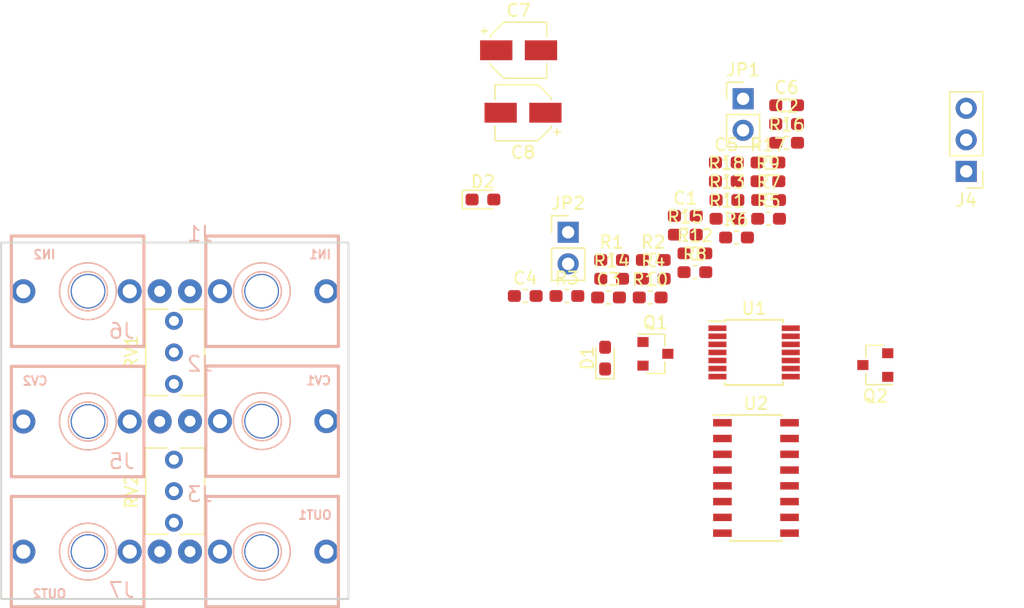
<source format=kicad_pcb>
(kicad_pcb (version 20171130) (host pcbnew "(5.0.1)-4")

  (general
    (thickness 1.6)
    (drawings 8)
    (tracks 0)
    (zones 0)
    (modules 43)
    (nets 32)
  )

  (page A4)
  (layers
    (0 F.Cu signal)
    (31 B.Cu signal)
    (32 B.Adhes user)
    (33 F.Adhes user)
    (34 B.Paste user)
    (35 F.Paste user)
    (36 B.SilkS user)
    (37 F.SilkS user)
    (38 B.Mask user)
    (39 F.Mask user)
    (40 Dwgs.User user)
    (41 Cmts.User user)
    (42 Eco1.User user)
    (43 Eco2.User user)
    (44 Edge.Cuts user)
    (45 Margin user)
    (46 B.CrtYd user)
    (47 F.CrtYd user)
    (48 B.Fab user)
    (49 F.Fab user)
  )

  (setup
    (last_trace_width 0.25)
    (trace_clearance 0.2)
    (zone_clearance 0.508)
    (zone_45_only no)
    (trace_min 0.2)
    (segment_width 0.2)
    (edge_width 0.15)
    (via_size 0.8)
    (via_drill 0.4)
    (via_min_size 0.4)
    (via_min_drill 0.3)
    (uvia_size 0.3)
    (uvia_drill 0.1)
    (uvias_allowed no)
    (uvia_min_size 0.2)
    (uvia_min_drill 0.1)
    (pcb_text_width 0.3)
    (pcb_text_size 1.5 1.5)
    (mod_edge_width 0.15)
    (mod_text_size 1 1)
    (mod_text_width 0.15)
    (pad_size 1.524 1.524)
    (pad_drill 0.762)
    (pad_to_mask_clearance 0.2)
    (solder_mask_min_width 0.25)
    (aux_axis_origin 0 0)
    (visible_elements 7FFFFFFF)
    (pcbplotparams
      (layerselection 0x010fc_ffffffff)
      (usegerberextensions false)
      (usegerberattributes false)
      (usegerberadvancedattributes false)
      (creategerberjobfile false)
      (excludeedgelayer true)
      (linewidth 0.100000)
      (plotframeref false)
      (viasonmask false)
      (mode 1)
      (useauxorigin false)
      (hpglpennumber 1)
      (hpglpenspeed 20)
      (hpglpendiameter 15.000000)
      (psnegative false)
      (psa4output false)
      (plotreference true)
      (plotvalue true)
      (plotinvisibletext false)
      (padsonsilk false)
      (subtractmaskfromsilk false)
      (outputformat 1)
      (mirror false)
      (drillshape 1)
      (scaleselection 1)
      (outputdirectory ""))
  )

  (net 0 "")
  (net 1 +12V)
  (net 2 GND)
  (net 3 -12V)
  (net 4 "Net-(D1-Pad2)")
  (net 5 "Net-(D1-Pad1)")
  (net 6 "Net-(D2-Pad1)")
  (net 7 "Net-(D2-Pad2)")
  (net 8 "Net-(J1-PadT)")
  (net 9 "Net-(J2-PadT)")
  (net 10 "Net-(J3-PadT)")
  (net 11 "Net-(J3-PadTN)")
  (net 12 "Net-(J5-PadT)")
  (net 13 "Net-(J6-PadT)")
  (net 14 "Net-(J7-PadT)")
  (net 15 "Net-(J7-PadTN)")
  (net 16 "Net-(JP1-Pad1)")
  (net 17 "Net-(JP2-Pad1)")
  (net 18 "Net-(Q1-Pad3)")
  (net 19 "Net-(Q2-Pad3)")
  (net 20 "Net-(R1-Pad2)")
  (net 21 "Net-(R1-Pad1)")
  (net 22 "Net-(R3-Pad1)")
  (net 23 "Net-(R4-Pad1)")
  (net 24 "Net-(R8-Pad2)")
  (net 25 "Net-(R9-Pad1)")
  (net 26 "Net-(R10-Pad2)")
  (net 27 "Net-(R10-Pad1)")
  (net 28 "Net-(R12-Pad1)")
  (net 29 "Net-(R13-Pad1)")
  (net 30 "Net-(R17-Pad2)")
  (net 31 "Net-(R18-Pad1)")

  (net_class Default "This is the default net class."
    (clearance 0.2)
    (trace_width 0.25)
    (via_dia 0.8)
    (via_drill 0.4)
    (uvia_dia 0.3)
    (uvia_drill 0.1)
    (add_net +12V)
    (add_net -12V)
    (add_net GND)
    (add_net "Net-(D1-Pad1)")
    (add_net "Net-(D1-Pad2)")
    (add_net "Net-(D2-Pad1)")
    (add_net "Net-(D2-Pad2)")
    (add_net "Net-(J1-PadT)")
    (add_net "Net-(J2-PadT)")
    (add_net "Net-(J3-PadT)")
    (add_net "Net-(J3-PadTN)")
    (add_net "Net-(J5-PadT)")
    (add_net "Net-(J6-PadT)")
    (add_net "Net-(J7-PadT)")
    (add_net "Net-(J7-PadTN)")
    (add_net "Net-(JP1-Pad1)")
    (add_net "Net-(JP2-Pad1)")
    (add_net "Net-(Q1-Pad3)")
    (add_net "Net-(Q2-Pad3)")
    (add_net "Net-(R1-Pad1)")
    (add_net "Net-(R1-Pad2)")
    (add_net "Net-(R10-Pad1)")
    (add_net "Net-(R10-Pad2)")
    (add_net "Net-(R12-Pad1)")
    (add_net "Net-(R13-Pad1)")
    (add_net "Net-(R17-Pad2)")
    (add_net "Net-(R18-Pad1)")
    (add_net "Net-(R3-Pad1)")
    (add_net "Net-(R4-Pad1)")
    (add_net "Net-(R8-Pad2)")
    (add_net "Net-(R9-Pad1)")
  )

  (module Capacitor_SMD:C_0603_1608Metric_Pad1.05x0.95mm_HandSolder (layer F.Cu) (tedit 5B301BBE) (tstamp 5C49B652)
    (at 93.781001 39.093401)
    (descr "Capacitor SMD 0603 (1608 Metric), square (rectangular) end terminal, IPC_7351 nominal with elongated pad for handsoldering. (Body size source: http://www.tortai-tech.com/upload/download/2011102023233369053.pdf), generated with kicad-footprint-generator")
    (tags "capacitor handsolder")
    (path /5C4F4DA8)
    (attr smd)
    (fp_text reference C1 (at 0 -1.43) (layer F.SilkS)
      (effects (font (size 1 1) (thickness 0.15)))
    )
    (fp_text value 100n (at 0 1.43) (layer F.Fab)
      (effects (font (size 1 1) (thickness 0.15)))
    )
    (fp_line (start -0.8 0.4) (end -0.8 -0.4) (layer F.Fab) (width 0.1))
    (fp_line (start -0.8 -0.4) (end 0.8 -0.4) (layer F.Fab) (width 0.1))
    (fp_line (start 0.8 -0.4) (end 0.8 0.4) (layer F.Fab) (width 0.1))
    (fp_line (start 0.8 0.4) (end -0.8 0.4) (layer F.Fab) (width 0.1))
    (fp_line (start -0.171267 -0.51) (end 0.171267 -0.51) (layer F.SilkS) (width 0.12))
    (fp_line (start -0.171267 0.51) (end 0.171267 0.51) (layer F.SilkS) (width 0.12))
    (fp_line (start -1.65 0.73) (end -1.65 -0.73) (layer F.CrtYd) (width 0.05))
    (fp_line (start -1.65 -0.73) (end 1.65 -0.73) (layer F.CrtYd) (width 0.05))
    (fp_line (start 1.65 -0.73) (end 1.65 0.73) (layer F.CrtYd) (width 0.05))
    (fp_line (start 1.65 0.73) (end -1.65 0.73) (layer F.CrtYd) (width 0.05))
    (fp_text user %R (at 0 0) (layer F.Fab)
      (effects (font (size 0.4 0.4) (thickness 0.06)))
    )
    (pad 1 smd roundrect (at -0.875 0) (size 1.05 0.95) (layers F.Cu F.Paste F.Mask) (roundrect_rratio 0.25)
      (net 1 +12V))
    (pad 2 smd roundrect (at 0.875 0) (size 1.05 0.95) (layers F.Cu F.Paste F.Mask) (roundrect_rratio 0.25)
      (net 2 GND))
    (model ${KISYS3DMOD}/Capacitor_SMD.3dshapes/C_0603_1608Metric.wrl
      (at (xyz 0 0 0))
      (scale (xyz 1 1 1))
      (rotate (xyz 0 0 0))
    )
  )

  (module Capacitor_SMD:C_0603_1608Metric_Pad1.05x0.95mm_HandSolder (layer F.Cu) (tedit 5B301BBE) (tstamp 5C49B663)
    (at 101.931001 31.693401)
    (descr "Capacitor SMD 0603 (1608 Metric), square (rectangular) end terminal, IPC_7351 nominal with elongated pad for handsoldering. (Body size source: http://www.tortai-tech.com/upload/download/2011102023233369053.pdf), generated with kicad-footprint-generator")
    (tags "capacitor handsolder")
    (path /5C4F4D10)
    (attr smd)
    (fp_text reference C2 (at 0 -1.43) (layer F.SilkS)
      (effects (font (size 1 1) (thickness 0.15)))
    )
    (fp_text value 100n (at 0 1.43) (layer F.Fab)
      (effects (font (size 1 1) (thickness 0.15)))
    )
    (fp_text user %R (at 0 0) (layer F.Fab)
      (effects (font (size 0.4 0.4) (thickness 0.06)))
    )
    (fp_line (start 1.65 0.73) (end -1.65 0.73) (layer F.CrtYd) (width 0.05))
    (fp_line (start 1.65 -0.73) (end 1.65 0.73) (layer F.CrtYd) (width 0.05))
    (fp_line (start -1.65 -0.73) (end 1.65 -0.73) (layer F.CrtYd) (width 0.05))
    (fp_line (start -1.65 0.73) (end -1.65 -0.73) (layer F.CrtYd) (width 0.05))
    (fp_line (start -0.171267 0.51) (end 0.171267 0.51) (layer F.SilkS) (width 0.12))
    (fp_line (start -0.171267 -0.51) (end 0.171267 -0.51) (layer F.SilkS) (width 0.12))
    (fp_line (start 0.8 0.4) (end -0.8 0.4) (layer F.Fab) (width 0.1))
    (fp_line (start 0.8 -0.4) (end 0.8 0.4) (layer F.Fab) (width 0.1))
    (fp_line (start -0.8 -0.4) (end 0.8 -0.4) (layer F.Fab) (width 0.1))
    (fp_line (start -0.8 0.4) (end -0.8 -0.4) (layer F.Fab) (width 0.1))
    (pad 2 smd roundrect (at 0.875 0) (size 1.05 0.95) (layers F.Cu F.Paste F.Mask) (roundrect_rratio 0.25)
      (net 3 -12V))
    (pad 1 smd roundrect (at -0.875 0) (size 1.05 0.95) (layers F.Cu F.Paste F.Mask) (roundrect_rratio 0.25)
      (net 2 GND))
    (model ${KISYS3DMOD}/Capacitor_SMD.3dshapes/C_0603_1608Metric.wrl
      (at (xyz 0 0 0))
      (scale (xyz 1 1 1))
      (rotate (xyz 0 0 0))
    )
  )

  (module Capacitor_SMD:C_0603_1608Metric_Pad1.05x0.95mm_HandSolder (layer F.Cu) (tedit 5B301BBE) (tstamp 5C49B674)
    (at 87.601001 45.663401)
    (descr "Capacitor SMD 0603 (1608 Metric), square (rectangular) end terminal, IPC_7351 nominal with elongated pad for handsoldering. (Body size source: http://www.tortai-tech.com/upload/download/2011102023233369053.pdf), generated with kicad-footprint-generator")
    (tags "capacitor handsolder")
    (path /5C4F4EC2)
    (attr smd)
    (fp_text reference C3 (at 0 -1.43) (layer F.SilkS)
      (effects (font (size 1 1) (thickness 0.15)))
    )
    (fp_text value 100n (at 0 1.43) (layer F.Fab)
      (effects (font (size 1 1) (thickness 0.15)))
    )
    (fp_text user %R (at 0 0) (layer F.Fab)
      (effects (font (size 0.4 0.4) (thickness 0.06)))
    )
    (fp_line (start 1.65 0.73) (end -1.65 0.73) (layer F.CrtYd) (width 0.05))
    (fp_line (start 1.65 -0.73) (end 1.65 0.73) (layer F.CrtYd) (width 0.05))
    (fp_line (start -1.65 -0.73) (end 1.65 -0.73) (layer F.CrtYd) (width 0.05))
    (fp_line (start -1.65 0.73) (end -1.65 -0.73) (layer F.CrtYd) (width 0.05))
    (fp_line (start -0.171267 0.51) (end 0.171267 0.51) (layer F.SilkS) (width 0.12))
    (fp_line (start -0.171267 -0.51) (end 0.171267 -0.51) (layer F.SilkS) (width 0.12))
    (fp_line (start 0.8 0.4) (end -0.8 0.4) (layer F.Fab) (width 0.1))
    (fp_line (start 0.8 -0.4) (end 0.8 0.4) (layer F.Fab) (width 0.1))
    (fp_line (start -0.8 -0.4) (end 0.8 -0.4) (layer F.Fab) (width 0.1))
    (fp_line (start -0.8 0.4) (end -0.8 -0.4) (layer F.Fab) (width 0.1))
    (pad 2 smd roundrect (at 0.875 0) (size 1.05 0.95) (layers F.Cu F.Paste F.Mask) (roundrect_rratio 0.25)
      (net 2 GND))
    (pad 1 smd roundrect (at -0.875 0) (size 1.05 0.95) (layers F.Cu F.Paste F.Mask) (roundrect_rratio 0.25)
      (net 1 +12V))
    (model ${KISYS3DMOD}/Capacitor_SMD.3dshapes/C_0603_1608Metric.wrl
      (at (xyz 0 0 0))
      (scale (xyz 1 1 1))
      (rotate (xyz 0 0 0))
    )
  )

  (module Capacitor_SMD:C_0603_1608Metric_Pad1.05x0.95mm_HandSolder (layer F.Cu) (tedit 5B301BBE) (tstamp 5C49B685)
    (at 80.901001 45.543401)
    (descr "Capacitor SMD 0603 (1608 Metric), square (rectangular) end terminal, IPC_7351 nominal with elongated pad for handsoldering. (Body size source: http://www.tortai-tech.com/upload/download/2011102023233369053.pdf), generated with kicad-footprint-generator")
    (tags "capacitor handsolder")
    (path /5C4F4FB2)
    (attr smd)
    (fp_text reference C4 (at 0 -1.43) (layer F.SilkS)
      (effects (font (size 1 1) (thickness 0.15)))
    )
    (fp_text value 100n (at 0 1.43) (layer F.Fab)
      (effects (font (size 1 1) (thickness 0.15)))
    )
    (fp_line (start -0.8 0.4) (end -0.8 -0.4) (layer F.Fab) (width 0.1))
    (fp_line (start -0.8 -0.4) (end 0.8 -0.4) (layer F.Fab) (width 0.1))
    (fp_line (start 0.8 -0.4) (end 0.8 0.4) (layer F.Fab) (width 0.1))
    (fp_line (start 0.8 0.4) (end -0.8 0.4) (layer F.Fab) (width 0.1))
    (fp_line (start -0.171267 -0.51) (end 0.171267 -0.51) (layer F.SilkS) (width 0.12))
    (fp_line (start -0.171267 0.51) (end 0.171267 0.51) (layer F.SilkS) (width 0.12))
    (fp_line (start -1.65 0.73) (end -1.65 -0.73) (layer F.CrtYd) (width 0.05))
    (fp_line (start -1.65 -0.73) (end 1.65 -0.73) (layer F.CrtYd) (width 0.05))
    (fp_line (start 1.65 -0.73) (end 1.65 0.73) (layer F.CrtYd) (width 0.05))
    (fp_line (start 1.65 0.73) (end -1.65 0.73) (layer F.CrtYd) (width 0.05))
    (fp_text user %R (at 0 0) (layer F.Fab)
      (effects (font (size 0.4 0.4) (thickness 0.06)))
    )
    (pad 1 smd roundrect (at -0.875 0) (size 1.05 0.95) (layers F.Cu F.Paste F.Mask) (roundrect_rratio 0.25)
      (net 2 GND))
    (pad 2 smd roundrect (at 0.875 0) (size 1.05 0.95) (layers F.Cu F.Paste F.Mask) (roundrect_rratio 0.25)
      (net 3 -12V))
    (model ${KISYS3DMOD}/Capacitor_SMD.3dshapes/C_0603_1608Metric.wrl
      (at (xyz 0 0 0))
      (scale (xyz 1 1 1))
      (rotate (xyz 0 0 0))
    )
  )

  (module Capacitor_SMD:C_0603_1608Metric_Pad1.05x0.95mm_HandSolder (layer F.Cu) (tedit 5B301BBE) (tstamp 5C49B696)
    (at 97.081001 34.793401)
    (descr "Capacitor SMD 0603 (1608 Metric), square (rectangular) end terminal, IPC_7351 nominal with elongated pad for handsoldering. (Body size source: http://www.tortai-tech.com/upload/download/2011102023233369053.pdf), generated with kicad-footprint-generator")
    (tags "capacitor handsolder")
    (path /5C4F50C5)
    (attr smd)
    (fp_text reference C5 (at 0 -1.43) (layer F.SilkS)
      (effects (font (size 1 1) (thickness 0.15)))
    )
    (fp_text value 100n (at 0 1.43) (layer F.Fab)
      (effects (font (size 1 1) (thickness 0.15)))
    )
    (fp_text user %R (at 0 0) (layer F.Fab)
      (effects (font (size 0.4 0.4) (thickness 0.06)))
    )
    (fp_line (start 1.65 0.73) (end -1.65 0.73) (layer F.CrtYd) (width 0.05))
    (fp_line (start 1.65 -0.73) (end 1.65 0.73) (layer F.CrtYd) (width 0.05))
    (fp_line (start -1.65 -0.73) (end 1.65 -0.73) (layer F.CrtYd) (width 0.05))
    (fp_line (start -1.65 0.73) (end -1.65 -0.73) (layer F.CrtYd) (width 0.05))
    (fp_line (start -0.171267 0.51) (end 0.171267 0.51) (layer F.SilkS) (width 0.12))
    (fp_line (start -0.171267 -0.51) (end 0.171267 -0.51) (layer F.SilkS) (width 0.12))
    (fp_line (start 0.8 0.4) (end -0.8 0.4) (layer F.Fab) (width 0.1))
    (fp_line (start 0.8 -0.4) (end 0.8 0.4) (layer F.Fab) (width 0.1))
    (fp_line (start -0.8 -0.4) (end 0.8 -0.4) (layer F.Fab) (width 0.1))
    (fp_line (start -0.8 0.4) (end -0.8 -0.4) (layer F.Fab) (width 0.1))
    (pad 2 smd roundrect (at 0.875 0) (size 1.05 0.95) (layers F.Cu F.Paste F.Mask) (roundrect_rratio 0.25)
      (net 2 GND))
    (pad 1 smd roundrect (at -0.875 0) (size 1.05 0.95) (layers F.Cu F.Paste F.Mask) (roundrect_rratio 0.25)
      (net 1 +12V))
    (model ${KISYS3DMOD}/Capacitor_SMD.3dshapes/C_0603_1608Metric.wrl
      (at (xyz 0 0 0))
      (scale (xyz 1 1 1))
      (rotate (xyz 0 0 0))
    )
  )

  (module Capacitor_SMD:C_0603_1608Metric_Pad1.05x0.95mm_HandSolder (layer F.Cu) (tedit 5B301BBE) (tstamp 5C49CBB3)
    (at 101.931001 30.183401)
    (descr "Capacitor SMD 0603 (1608 Metric), square (rectangular) end terminal, IPC_7351 nominal with elongated pad for handsoldering. (Body size source: http://www.tortai-tech.com/upload/download/2011102023233369053.pdf), generated with kicad-footprint-generator")
    (tags "capacitor handsolder")
    (path /5C4F512D)
    (attr smd)
    (fp_text reference C6 (at 0 -1.43) (layer F.SilkS)
      (effects (font (size 1 1) (thickness 0.15)))
    )
    (fp_text value 100n (at 0 1.43) (layer F.Fab)
      (effects (font (size 1 1) (thickness 0.15)))
    )
    (fp_line (start -0.8 0.4) (end -0.8 -0.4) (layer F.Fab) (width 0.1))
    (fp_line (start -0.8 -0.4) (end 0.8 -0.4) (layer F.Fab) (width 0.1))
    (fp_line (start 0.8 -0.4) (end 0.8 0.4) (layer F.Fab) (width 0.1))
    (fp_line (start 0.8 0.4) (end -0.8 0.4) (layer F.Fab) (width 0.1))
    (fp_line (start -0.171267 -0.51) (end 0.171267 -0.51) (layer F.SilkS) (width 0.12))
    (fp_line (start -0.171267 0.51) (end 0.171267 0.51) (layer F.SilkS) (width 0.12))
    (fp_line (start -1.65 0.73) (end -1.65 -0.73) (layer F.CrtYd) (width 0.05))
    (fp_line (start -1.65 -0.73) (end 1.65 -0.73) (layer F.CrtYd) (width 0.05))
    (fp_line (start 1.65 -0.73) (end 1.65 0.73) (layer F.CrtYd) (width 0.05))
    (fp_line (start 1.65 0.73) (end -1.65 0.73) (layer F.CrtYd) (width 0.05))
    (fp_text user %R (at 0 0) (layer F.Fab)
      (effects (font (size 0.4 0.4) (thickness 0.06)))
    )
    (pad 1 smd roundrect (at -0.875 0) (size 1.05 0.95) (layers F.Cu F.Paste F.Mask) (roundrect_rratio 0.25)
      (net 2 GND))
    (pad 2 smd roundrect (at 0.875 0) (size 1.05 0.95) (layers F.Cu F.Paste F.Mask) (roundrect_rratio 0.25)
      (net 3 -12V))
    (model ${KISYS3DMOD}/Capacitor_SMD.3dshapes/C_0603_1608Metric.wrl
      (at (xyz 0 0 0))
      (scale (xyz 1 1 1))
      (rotate (xyz 0 0 0))
    )
  )

  (module Capacitor_SMD:CP_Elec_4x5.4 (layer F.Cu) (tedit 5A841F9D) (tstamp 5C49B6CF)
    (at 80.3656 25.7556)
    (descr "SMT capacitor, aluminium electrolytic, 4x5.4, Panasonic A5, Nichicon ")
    (tags "Capacitor Electrolytic")
    (path /5C4F51AE)
    (attr smd)
    (fp_text reference C7 (at 0 -3.2) (layer F.SilkS)
      (effects (font (size 1 1) (thickness 0.15)))
    )
    (fp_text value 10u (at 0 3.2) (layer F.Fab)
      (effects (font (size 1 1) (thickness 0.15)))
    )
    (fp_text user %R (at 0 0) (layer F.Fab)
      (effects (font (size 0.8 0.8) (thickness 0.12)))
    )
    (fp_line (start -3.35 1.05) (end -2.4 1.05) (layer F.CrtYd) (width 0.05))
    (fp_line (start -3.35 -1.05) (end -3.35 1.05) (layer F.CrtYd) (width 0.05))
    (fp_line (start -2.4 -1.05) (end -3.35 -1.05) (layer F.CrtYd) (width 0.05))
    (fp_line (start -2.4 1.05) (end -2.4 1.25) (layer F.CrtYd) (width 0.05))
    (fp_line (start -2.4 -1.25) (end -2.4 -1.05) (layer F.CrtYd) (width 0.05))
    (fp_line (start -2.4 -1.25) (end -1.25 -2.4) (layer F.CrtYd) (width 0.05))
    (fp_line (start -2.4 1.25) (end -1.25 2.4) (layer F.CrtYd) (width 0.05))
    (fp_line (start -1.25 -2.4) (end 2.4 -2.4) (layer F.CrtYd) (width 0.05))
    (fp_line (start -1.25 2.4) (end 2.4 2.4) (layer F.CrtYd) (width 0.05))
    (fp_line (start 2.4 1.05) (end 2.4 2.4) (layer F.CrtYd) (width 0.05))
    (fp_line (start 3.35 1.05) (end 2.4 1.05) (layer F.CrtYd) (width 0.05))
    (fp_line (start 3.35 -1.05) (end 3.35 1.05) (layer F.CrtYd) (width 0.05))
    (fp_line (start 2.4 -1.05) (end 3.35 -1.05) (layer F.CrtYd) (width 0.05))
    (fp_line (start 2.4 -2.4) (end 2.4 -1.05) (layer F.CrtYd) (width 0.05))
    (fp_line (start -2.75 -1.81) (end -2.75 -1.31) (layer F.SilkS) (width 0.12))
    (fp_line (start -3 -1.56) (end -2.5 -1.56) (layer F.SilkS) (width 0.12))
    (fp_line (start -2.26 1.195563) (end -1.195563 2.26) (layer F.SilkS) (width 0.12))
    (fp_line (start -2.26 -1.195563) (end -1.195563 -2.26) (layer F.SilkS) (width 0.12))
    (fp_line (start -2.26 -1.195563) (end -2.26 -1.06) (layer F.SilkS) (width 0.12))
    (fp_line (start -2.26 1.195563) (end -2.26 1.06) (layer F.SilkS) (width 0.12))
    (fp_line (start -1.195563 2.26) (end 2.26 2.26) (layer F.SilkS) (width 0.12))
    (fp_line (start -1.195563 -2.26) (end 2.26 -2.26) (layer F.SilkS) (width 0.12))
    (fp_line (start 2.26 -2.26) (end 2.26 -1.06) (layer F.SilkS) (width 0.12))
    (fp_line (start 2.26 2.26) (end 2.26 1.06) (layer F.SilkS) (width 0.12))
    (fp_line (start -1.374773 -1.2) (end -1.374773 -0.8) (layer F.Fab) (width 0.1))
    (fp_line (start -1.574773 -1) (end -1.174773 -1) (layer F.Fab) (width 0.1))
    (fp_line (start -2.15 1.15) (end -1.15 2.15) (layer F.Fab) (width 0.1))
    (fp_line (start -2.15 -1.15) (end -1.15 -2.15) (layer F.Fab) (width 0.1))
    (fp_line (start -2.15 -1.15) (end -2.15 1.15) (layer F.Fab) (width 0.1))
    (fp_line (start -1.15 2.15) (end 2.15 2.15) (layer F.Fab) (width 0.1))
    (fp_line (start -1.15 -2.15) (end 2.15 -2.15) (layer F.Fab) (width 0.1))
    (fp_line (start 2.15 -2.15) (end 2.15 2.15) (layer F.Fab) (width 0.1))
    (fp_circle (center 0 0) (end 2 0) (layer F.Fab) (width 0.1))
    (pad 2 smd rect (at 1.8 0) (size 2.6 1.6) (layers F.Cu F.Paste F.Mask)
      (net 2 GND))
    (pad 1 smd rect (at -1.8 0) (size 2.6 1.6) (layers F.Cu F.Paste F.Mask)
      (net 1 +12V))
    (model ${KISYS3DMOD}/Capacitor_SMD.3dshapes/CP_Elec_4x5.4.wrl
      (at (xyz 0 0 0))
      (scale (xyz 1 1 1))
      (rotate (xyz 0 0 0))
    )
  )

  (module Capacitor_SMD:CP_Elec_4x5.4 (layer F.Cu) (tedit 5A841F9D) (tstamp 5C49B6F7)
    (at 80.7212 30.7848 180)
    (descr "SMT capacitor, aluminium electrolytic, 4x5.4, Panasonic A5, Nichicon ")
    (tags "Capacitor Electrolytic")
    (path /5C4F5216)
    (attr smd)
    (fp_text reference C8 (at 0 -3.2 180) (layer F.SilkS)
      (effects (font (size 1 1) (thickness 0.15)))
    )
    (fp_text value 10u (at 0 3.2 180) (layer F.Fab)
      (effects (font (size 1 1) (thickness 0.15)))
    )
    (fp_circle (center 0 0) (end 2 0) (layer F.Fab) (width 0.1))
    (fp_line (start 2.15 -2.15) (end 2.15 2.15) (layer F.Fab) (width 0.1))
    (fp_line (start -1.15 -2.15) (end 2.15 -2.15) (layer F.Fab) (width 0.1))
    (fp_line (start -1.15 2.15) (end 2.15 2.15) (layer F.Fab) (width 0.1))
    (fp_line (start -2.15 -1.15) (end -2.15 1.15) (layer F.Fab) (width 0.1))
    (fp_line (start -2.15 -1.15) (end -1.15 -2.15) (layer F.Fab) (width 0.1))
    (fp_line (start -2.15 1.15) (end -1.15 2.15) (layer F.Fab) (width 0.1))
    (fp_line (start -1.574773 -1) (end -1.174773 -1) (layer F.Fab) (width 0.1))
    (fp_line (start -1.374773 -1.2) (end -1.374773 -0.8) (layer F.Fab) (width 0.1))
    (fp_line (start 2.26 2.26) (end 2.26 1.06) (layer F.SilkS) (width 0.12))
    (fp_line (start 2.26 -2.26) (end 2.26 -1.06) (layer F.SilkS) (width 0.12))
    (fp_line (start -1.195563 -2.26) (end 2.26 -2.26) (layer F.SilkS) (width 0.12))
    (fp_line (start -1.195563 2.26) (end 2.26 2.26) (layer F.SilkS) (width 0.12))
    (fp_line (start -2.26 1.195563) (end -2.26 1.06) (layer F.SilkS) (width 0.12))
    (fp_line (start -2.26 -1.195563) (end -2.26 -1.06) (layer F.SilkS) (width 0.12))
    (fp_line (start -2.26 -1.195563) (end -1.195563 -2.26) (layer F.SilkS) (width 0.12))
    (fp_line (start -2.26 1.195563) (end -1.195563 2.26) (layer F.SilkS) (width 0.12))
    (fp_line (start -3 -1.56) (end -2.5 -1.56) (layer F.SilkS) (width 0.12))
    (fp_line (start -2.75 -1.81) (end -2.75 -1.31) (layer F.SilkS) (width 0.12))
    (fp_line (start 2.4 -2.4) (end 2.4 -1.05) (layer F.CrtYd) (width 0.05))
    (fp_line (start 2.4 -1.05) (end 3.35 -1.05) (layer F.CrtYd) (width 0.05))
    (fp_line (start 3.35 -1.05) (end 3.35 1.05) (layer F.CrtYd) (width 0.05))
    (fp_line (start 3.35 1.05) (end 2.4 1.05) (layer F.CrtYd) (width 0.05))
    (fp_line (start 2.4 1.05) (end 2.4 2.4) (layer F.CrtYd) (width 0.05))
    (fp_line (start -1.25 2.4) (end 2.4 2.4) (layer F.CrtYd) (width 0.05))
    (fp_line (start -1.25 -2.4) (end 2.4 -2.4) (layer F.CrtYd) (width 0.05))
    (fp_line (start -2.4 1.25) (end -1.25 2.4) (layer F.CrtYd) (width 0.05))
    (fp_line (start -2.4 -1.25) (end -1.25 -2.4) (layer F.CrtYd) (width 0.05))
    (fp_line (start -2.4 -1.25) (end -2.4 -1.05) (layer F.CrtYd) (width 0.05))
    (fp_line (start -2.4 1.05) (end -2.4 1.25) (layer F.CrtYd) (width 0.05))
    (fp_line (start -2.4 -1.05) (end -3.35 -1.05) (layer F.CrtYd) (width 0.05))
    (fp_line (start -3.35 -1.05) (end -3.35 1.05) (layer F.CrtYd) (width 0.05))
    (fp_line (start -3.35 1.05) (end -2.4 1.05) (layer F.CrtYd) (width 0.05))
    (fp_text user %R (at 0 0 180) (layer F.Fab)
      (effects (font (size 0.8 0.8) (thickness 0.12)))
    )
    (pad 1 smd rect (at -1.8 0 180) (size 2.6 1.6) (layers F.Cu F.Paste F.Mask)
      (net 2 GND))
    (pad 2 smd rect (at 1.8 0 180) (size 2.6 1.6) (layers F.Cu F.Paste F.Mask)
      (net 3 -12V))
    (model ${KISYS3DMOD}/Capacitor_SMD.3dshapes/CP_Elec_4x5.4.wrl
      (at (xyz 0 0 0))
      (scale (xyz 1 1 1))
      (rotate (xyz 0 0 0))
    )
  )

  (module Diode_SMD:D_0603_1608Metric_Pad1.05x0.95mm_HandSolder (layer F.Cu) (tedit 5B4B45C8) (tstamp 5C49B70A)
    (at 87.3252 50.546 90)
    (descr "Diode SMD 0603 (1608 Metric), square (rectangular) end terminal, IPC_7351 nominal, (Body size source: http://www.tortai-tech.com/upload/download/2011102023233369053.pdf), generated with kicad-footprint-generator")
    (tags "diode handsolder")
    (path /5C4ABF19)
    (attr smd)
    (fp_text reference D1 (at 0 -1.43 90) (layer F.SilkS)
      (effects (font (size 1 1) (thickness 0.15)))
    )
    (fp_text value 1N4148 (at 0 1.43 90) (layer F.Fab)
      (effects (font (size 1 1) (thickness 0.15)))
    )
    (fp_text user %R (at 0 0 90) (layer F.Fab)
      (effects (font (size 0.4 0.4) (thickness 0.06)))
    )
    (fp_line (start 1.65 0.73) (end -1.65 0.73) (layer F.CrtYd) (width 0.05))
    (fp_line (start 1.65 -0.73) (end 1.65 0.73) (layer F.CrtYd) (width 0.05))
    (fp_line (start -1.65 -0.73) (end 1.65 -0.73) (layer F.CrtYd) (width 0.05))
    (fp_line (start -1.65 0.73) (end -1.65 -0.73) (layer F.CrtYd) (width 0.05))
    (fp_line (start -1.66 0.735) (end 0.8 0.735) (layer F.SilkS) (width 0.12))
    (fp_line (start -1.66 -0.735) (end -1.66 0.735) (layer F.SilkS) (width 0.12))
    (fp_line (start 0.8 -0.735) (end -1.66 -0.735) (layer F.SilkS) (width 0.12))
    (fp_line (start 0.8 0.4) (end 0.8 -0.4) (layer F.Fab) (width 0.1))
    (fp_line (start -0.8 0.4) (end 0.8 0.4) (layer F.Fab) (width 0.1))
    (fp_line (start -0.8 -0.1) (end -0.8 0.4) (layer F.Fab) (width 0.1))
    (fp_line (start -0.5 -0.4) (end -0.8 -0.1) (layer F.Fab) (width 0.1))
    (fp_line (start 0.8 -0.4) (end -0.5 -0.4) (layer F.Fab) (width 0.1))
    (pad 2 smd roundrect (at 0.875 0 90) (size 1.05 0.95) (layers F.Cu F.Paste F.Mask) (roundrect_rratio 0.25)
      (net 4 "Net-(D1-Pad2)"))
    (pad 1 smd roundrect (at -0.875 0 90) (size 1.05 0.95) (layers F.Cu F.Paste F.Mask) (roundrect_rratio 0.25)
      (net 5 "Net-(D1-Pad1)"))
    (model ${KISYS3DMOD}/Diode_SMD.3dshapes/D_0603_1608Metric.wrl
      (at (xyz 0 0 0))
      (scale (xyz 1 1 1))
      (rotate (xyz 0 0 0))
    )
  )

  (module Diode_SMD:D_0603_1608Metric_Pad1.05x0.95mm_HandSolder (layer F.Cu) (tedit 5B4B45C8) (tstamp 5C49B71D)
    (at 77.496001 37.773401)
    (descr "Diode SMD 0603 (1608 Metric), square (rectangular) end terminal, IPC_7351 nominal, (Body size source: http://www.tortai-tech.com/upload/download/2011102023233369053.pdf), generated with kicad-footprint-generator")
    (tags "diode handsolder")
    (path /5C531D6F)
    (attr smd)
    (fp_text reference D2 (at 0 -1.43) (layer F.SilkS)
      (effects (font (size 1 1) (thickness 0.15)))
    )
    (fp_text value 1N4148 (at 0 1.43) (layer F.Fab)
      (effects (font (size 1 1) (thickness 0.15)))
    )
    (fp_line (start 0.8 -0.4) (end -0.5 -0.4) (layer F.Fab) (width 0.1))
    (fp_line (start -0.5 -0.4) (end -0.8 -0.1) (layer F.Fab) (width 0.1))
    (fp_line (start -0.8 -0.1) (end -0.8 0.4) (layer F.Fab) (width 0.1))
    (fp_line (start -0.8 0.4) (end 0.8 0.4) (layer F.Fab) (width 0.1))
    (fp_line (start 0.8 0.4) (end 0.8 -0.4) (layer F.Fab) (width 0.1))
    (fp_line (start 0.8 -0.735) (end -1.66 -0.735) (layer F.SilkS) (width 0.12))
    (fp_line (start -1.66 -0.735) (end -1.66 0.735) (layer F.SilkS) (width 0.12))
    (fp_line (start -1.66 0.735) (end 0.8 0.735) (layer F.SilkS) (width 0.12))
    (fp_line (start -1.65 0.73) (end -1.65 -0.73) (layer F.CrtYd) (width 0.05))
    (fp_line (start -1.65 -0.73) (end 1.65 -0.73) (layer F.CrtYd) (width 0.05))
    (fp_line (start 1.65 -0.73) (end 1.65 0.73) (layer F.CrtYd) (width 0.05))
    (fp_line (start 1.65 0.73) (end -1.65 0.73) (layer F.CrtYd) (width 0.05))
    (fp_text user %R (at 0 0) (layer F.Fab)
      (effects (font (size 0.4 0.4) (thickness 0.06)))
    )
    (pad 1 smd roundrect (at -0.875 0) (size 1.05 0.95) (layers F.Cu F.Paste F.Mask) (roundrect_rratio 0.25)
      (net 6 "Net-(D2-Pad1)"))
    (pad 2 smd roundrect (at 0.875 0) (size 1.05 0.95) (layers F.Cu F.Paste F.Mask) (roundrect_rratio 0.25)
      (net 7 "Net-(D2-Pad2)"))
    (model ${KISYS3DMOD}/Diode_SMD.3dshapes/D_0603_1608Metric.wrl
      (at (xyz 0 0 0))
      (scale (xyz 1 1 1))
      (rotate (xyz 0 0 0))
    )
  )

  (module KraakenStuff:PJ301M-12 (layer B.Cu) (tedit 5C34610A) (tstamp 5C49B71E)
    (at 59.689999 45.1612 180)
    (path /5B826AB5)
    (fp_text reference J1 (at 3.8354 3.9116 180) (layer B.SilkS)
      (effects (font (size 1.2065 1.2065) (thickness 0.1524)) (justify left bottom mirror))
    )
    (fp_text value IN1 (at -5.664201 2.54 180) (layer B.SilkS)
      (effects (font (size 0.7 0.7) (thickness 0.1524)) (justify left bottom mirror))
    )
    (fp_circle (center 0 0) (end 3.175 0) (layer Cmts.User) (width 0.0254))
    (fp_circle (center -0.0127 0) (end 1.5113 0) (layer Cmts.User) (width 0.1))
    (fp_circle (center -0.0127 0) (end 2.2733 0) (layer B.SilkS) (width 0.127))
    (fp_circle (center -0.0127 0) (end 1.5621 0) (layer B.SilkS) (width 0.127))
    (fp_line (start 4.4958 -4.445) (end 4.4958 4.445) (layer B.SilkS) (width 0.254))
    (fp_line (start -6.1722 -4.445) (end 4.4958 -4.445) (layer B.SilkS) (width 0.254))
    (fp_line (start -6.1722 4.445) (end -6.1722 -4.445) (layer B.SilkS) (width 0.254))
    (fp_line (start 4.4958 4.445) (end -6.1722 4.445) (layer B.SilkS) (width 0.254))
    (pad "" np_thru_hole circle (at 0 0 180) (size 2.8 2.8) (drill 2.6) (layers *.Cu *.Mask))
    (pad TN thru_hole circle (at 3.3528 0 180) (size 1.9304 1.9304) (drill 1.143) (layers *.Cu *.Mask)
      (net 2 GND) (solder_mask_margin 0.127))
    (pad S thru_hole circle (at 5.7658 0 180) (size 1.9304 1.9304) (drill 0.889) (layers *.Cu *.Mask)
      (net 2 GND) (solder_mask_margin 0.127))
    (pad T thru_hole circle (at -5.207 0 180) (size 1.9304 1.9304) (drill 1.143) (layers *.Cu *.Mask)
      (net 8 "Net-(J1-PadT)") (solder_mask_margin 0.127))
    (model ${GDOC}/_lib/packages3d/PJ301M-12.WRL
      (offset (xyz -0.8889999866485596 0.4063999938964844 0))
      (scale (xyz 393 393 393))
      (rotate (xyz 0 0 -90))
    )
  )

  (module KraakenStuff:PJ301M-12 (layer B.Cu) (tedit 5C34610A) (tstamp 5C49C63B)
    (at 59.69 55.626 180)
    (path /5B826ACF)
    (fp_text reference J2 (at 3.8354 3.9116 180) (layer B.SilkS)
      (effects (font (size 1.2065 1.2065) (thickness 0.1524)) (justify left bottom mirror))
    )
    (fp_text value CV1 (at -5.664201 2.8575 180) (layer B.SilkS)
      (effects (font (size 0.7 0.7) (thickness 0.1524)) (justify left bottom mirror))
    )
    (fp_circle (center 0 0) (end 3.175 0) (layer Cmts.User) (width 0.0254))
    (fp_circle (center -0.0127 0) (end 1.5113 0) (layer Cmts.User) (width 0.1))
    (fp_circle (center -0.0127 0) (end 2.2733 0) (layer B.SilkS) (width 0.127))
    (fp_circle (center -0.0127 0) (end 1.5621 0) (layer B.SilkS) (width 0.127))
    (fp_line (start 4.4958 -4.445) (end 4.4958 4.445) (layer B.SilkS) (width 0.254))
    (fp_line (start -6.1722 -4.445) (end 4.4958 -4.445) (layer B.SilkS) (width 0.254))
    (fp_line (start -6.1722 4.445) (end -6.1722 -4.445) (layer B.SilkS) (width 0.254))
    (fp_line (start 4.4958 4.445) (end -6.1722 4.445) (layer B.SilkS) (width 0.254))
    (pad "" np_thru_hole circle (at 0 0 180) (size 2.8 2.8) (drill 2.6) (layers *.Cu *.Mask))
    (pad TN thru_hole circle (at 3.3528 0 180) (size 1.9304 1.9304) (drill 1.143) (layers *.Cu *.Mask)
      (net 2 GND) (solder_mask_margin 0.127))
    (pad S thru_hole circle (at 5.7658 0 180) (size 1.9304 1.9304) (drill 0.889) (layers *.Cu *.Mask)
      (net 2 GND) (solder_mask_margin 0.127))
    (pad T thru_hole circle (at -5.207 0 180) (size 1.9304 1.9304) (drill 1.143) (layers *.Cu *.Mask)
      (net 9 "Net-(J2-PadT)") (solder_mask_margin 0.127))
    (model ${GDOC}/_lib/packages3d/PJ301M-12.WRL
      (offset (xyz -0.8889999866485596 0.4063999938964844 0))
      (scale (xyz 393 393 393))
      (rotate (xyz 0 0 -90))
    )
  )

  (module KraakenStuff:PJ301M-12 (layer B.Cu) (tedit 5C34610A) (tstamp 5C49B73C)
    (at 59.689999 66.13088 180)
    (path /5B826B28)
    (fp_text reference J3 (at 3.8354 3.9116 180) (layer B.SilkS)
      (effects (font (size 1.2065 1.2065) (thickness 0.1524)) (justify left bottom mirror))
    )
    (fp_text value OUT1 (at -5.715 2.54 180) (layer B.SilkS)
      (effects (font (size 0.7 0.7) (thickness 0.1524)) (justify left bottom mirror))
    )
    (fp_line (start 4.4958 4.445) (end -6.1722 4.445) (layer B.SilkS) (width 0.254))
    (fp_line (start -6.1722 4.445) (end -6.1722 -4.445) (layer B.SilkS) (width 0.254))
    (fp_line (start -6.1722 -4.445) (end 4.4958 -4.445) (layer B.SilkS) (width 0.254))
    (fp_line (start 4.4958 -4.445) (end 4.4958 4.445) (layer B.SilkS) (width 0.254))
    (fp_circle (center -0.0127 0) (end 1.5621 0) (layer B.SilkS) (width 0.127))
    (fp_circle (center -0.0127 0) (end 2.2733 0) (layer B.SilkS) (width 0.127))
    (fp_circle (center -0.0127 0) (end 1.5113 0) (layer Cmts.User) (width 0.1))
    (fp_circle (center 0 0) (end 3.175 0) (layer Cmts.User) (width 0.0254))
    (pad T thru_hole circle (at -5.207 0 180) (size 1.9304 1.9304) (drill 1.143) (layers *.Cu *.Mask)
      (net 10 "Net-(J3-PadT)") (solder_mask_margin 0.127))
    (pad S thru_hole circle (at 5.7658 0 180) (size 1.9304 1.9304) (drill 0.889) (layers *.Cu *.Mask)
      (net 2 GND) (solder_mask_margin 0.127))
    (pad TN thru_hole circle (at 3.3528 0 180) (size 1.9304 1.9304) (drill 1.143) (layers *.Cu *.Mask)
      (net 11 "Net-(J3-PadTN)") (solder_mask_margin 0.127))
    (pad "" np_thru_hole circle (at 0 0 180) (size 2.8 2.8) (drill 2.6) (layers *.Cu *.Mask))
    (model ${GDOC}/_lib/packages3d/PJ301M-12.WRL
      (offset (xyz -0.8889999866485596 0.4063999938964844 0))
      (scale (xyz 393 393 393))
      (rotate (xyz 0 0 -90))
    )
  )

  (module Connector_PinHeader_2.54mm:PinHeader_1x03_P2.54mm_Vertical (layer F.Cu) (tedit 59FED5CC) (tstamp 5C49C94C)
    (at 116.3828 35.5092 180)
    (descr "Through hole straight pin header, 1x03, 2.54mm pitch, single row")
    (tags "Through hole pin header THT 1x03 2.54mm single row")
    (path /5C5117AE)
    (fp_text reference J4 (at 0 -2.33 180) (layer F.SilkS)
      (effects (font (size 1 1) (thickness 0.15)))
    )
    (fp_text value Conn_01x03 (at 0 7.41 180) (layer F.Fab)
      (effects (font (size 1 1) (thickness 0.15)))
    )
    (fp_line (start -0.635 -1.27) (end 1.27 -1.27) (layer F.Fab) (width 0.1))
    (fp_line (start 1.27 -1.27) (end 1.27 6.35) (layer F.Fab) (width 0.1))
    (fp_line (start 1.27 6.35) (end -1.27 6.35) (layer F.Fab) (width 0.1))
    (fp_line (start -1.27 6.35) (end -1.27 -0.635) (layer F.Fab) (width 0.1))
    (fp_line (start -1.27 -0.635) (end -0.635 -1.27) (layer F.Fab) (width 0.1))
    (fp_line (start -1.33 6.41) (end 1.33 6.41) (layer F.SilkS) (width 0.12))
    (fp_line (start -1.33 1.27) (end -1.33 6.41) (layer F.SilkS) (width 0.12))
    (fp_line (start 1.33 1.27) (end 1.33 6.41) (layer F.SilkS) (width 0.12))
    (fp_line (start -1.33 1.27) (end 1.33 1.27) (layer F.SilkS) (width 0.12))
    (fp_line (start -1.33 0) (end -1.33 -1.33) (layer F.SilkS) (width 0.12))
    (fp_line (start -1.33 -1.33) (end 0 -1.33) (layer F.SilkS) (width 0.12))
    (fp_line (start -1.8 -1.8) (end -1.8 6.85) (layer F.CrtYd) (width 0.05))
    (fp_line (start -1.8 6.85) (end 1.8 6.85) (layer F.CrtYd) (width 0.05))
    (fp_line (start 1.8 6.85) (end 1.8 -1.8) (layer F.CrtYd) (width 0.05))
    (fp_line (start 1.8 -1.8) (end -1.8 -1.8) (layer F.CrtYd) (width 0.05))
    (fp_text user %R (at 0 2.54 270) (layer F.Fab)
      (effects (font (size 1 1) (thickness 0.15)))
    )
    (pad 1 thru_hole rect (at 0 0 180) (size 1.7 1.7) (drill 1) (layers *.Cu *.Mask)
      (net 1 +12V))
    (pad 2 thru_hole oval (at 0 2.54 180) (size 1.7 1.7) (drill 1) (layers *.Cu *.Mask)
      (net 2 GND))
    (pad 3 thru_hole oval (at 0 5.08 180) (size 1.7 1.7) (drill 1) (layers *.Cu *.Mask)
      (net 3 -12V))
    (model ${KISYS3DMOD}/Connector_PinHeader_2.54mm.3dshapes/PinHeader_1x03_P2.54mm_Vertical.wrl
      (at (xyz 0 0 0))
      (scale (xyz 1 1 1))
      (rotate (xyz 0 0 0))
    )
  )

  (module KraakenStuff:PJ301M-12 (layer B.Cu) (tedit 5C34610A) (tstamp 5C49C00E)
    (at 45.72 55.65338)
    (path /5C531CF0)
    (fp_text reference J5 (at 3.8354 3.9116) (layer B.SilkS)
      (effects (font (size 1.2065 1.2065) (thickness 0.1524)) (justify left bottom mirror))
    )
    (fp_text value CV2 (at -3.175 -2.8575) (layer B.SilkS)
      (effects (font (size 0.7 0.7) (thickness 0.1524)) (justify left bottom mirror))
    )
    (fp_line (start 4.4958 4.445) (end -6.1722 4.445) (layer B.SilkS) (width 0.254))
    (fp_line (start -6.1722 4.445) (end -6.1722 -4.445) (layer B.SilkS) (width 0.254))
    (fp_line (start -6.1722 -4.445) (end 4.4958 -4.445) (layer B.SilkS) (width 0.254))
    (fp_line (start 4.4958 -4.445) (end 4.4958 4.445) (layer B.SilkS) (width 0.254))
    (fp_circle (center -0.0127 0) (end 1.5621 0) (layer B.SilkS) (width 0.127))
    (fp_circle (center -0.0127 0) (end 2.2733 0) (layer B.SilkS) (width 0.127))
    (fp_circle (center -0.0127 0) (end 1.5113 0) (layer Cmts.User) (width 0.1))
    (fp_circle (center 0 0) (end 3.175 0) (layer Cmts.User) (width 0.0254))
    (pad T thru_hole circle (at -5.207 0) (size 1.9304 1.9304) (drill 1.143) (layers *.Cu *.Mask)
      (net 12 "Net-(J5-PadT)") (solder_mask_margin 0.127))
    (pad S thru_hole circle (at 5.7658 0) (size 1.9304 1.9304) (drill 0.889) (layers *.Cu *.Mask)
      (net 2 GND) (solder_mask_margin 0.127))
    (pad TN thru_hole circle (at 3.3528 0) (size 1.9304 1.9304) (drill 1.143) (layers *.Cu *.Mask)
      (net 2 GND) (solder_mask_margin 0.127))
    (pad "" np_thru_hole circle (at 0 0) (size 2.8 2.8) (drill 2.6) (layers *.Cu *.Mask))
    (model ${GDOC}/_lib/packages3d/PJ301M-12.WRL
      (offset (xyz -0.8889999866485596 0.4063999938964844 0))
      (scale (xyz 393 393 393))
      (rotate (xyz 0 0 -90))
    )
  )

  (module KraakenStuff:PJ301M-12 (layer B.Cu) (tedit 5C34610A) (tstamp 5C49B770)
    (at 45.72 45.1612)
    (path /5C531CEA)
    (fp_text reference J6 (at 3.8354 3.9116) (layer B.SilkS)
      (effects (font (size 1.2065 1.2065) (thickness 0.1524)) (justify left bottom mirror))
    )
    (fp_text value IN2 (at -2.54 -2.54) (layer B.SilkS)
      (effects (font (size 0.7 0.7) (thickness 0.1524)) (justify left bottom mirror))
    )
    (fp_circle (center 0 0) (end 3.175 0) (layer Cmts.User) (width 0.0254))
    (fp_circle (center -0.0127 0) (end 1.5113 0) (layer Cmts.User) (width 0.1))
    (fp_circle (center -0.0127 0) (end 2.2733 0) (layer B.SilkS) (width 0.127))
    (fp_circle (center -0.0127 0) (end 1.5621 0) (layer B.SilkS) (width 0.127))
    (fp_line (start 4.4958 -4.445) (end 4.4958 4.445) (layer B.SilkS) (width 0.254))
    (fp_line (start -6.1722 -4.445) (end 4.4958 -4.445) (layer B.SilkS) (width 0.254))
    (fp_line (start -6.1722 4.445) (end -6.1722 -4.445) (layer B.SilkS) (width 0.254))
    (fp_line (start 4.4958 4.445) (end -6.1722 4.445) (layer B.SilkS) (width 0.254))
    (pad "" np_thru_hole circle (at 0 0) (size 2.8 2.8) (drill 2.6) (layers *.Cu *.Mask))
    (pad TN thru_hole circle (at 3.3528 0) (size 1.9304 1.9304) (drill 1.143) (layers *.Cu *.Mask)
      (net 2 GND) (solder_mask_margin 0.127))
    (pad S thru_hole circle (at 5.7658 0) (size 1.9304 1.9304) (drill 0.889) (layers *.Cu *.Mask)
      (net 2 GND) (solder_mask_margin 0.127))
    (pad T thru_hole circle (at -5.207 0) (size 1.9304 1.9304) (drill 1.143) (layers *.Cu *.Mask)
      (net 13 "Net-(J6-PadT)") (solder_mask_margin 0.127))
    (model ${GDOC}/_lib/packages3d/PJ301M-12.WRL
      (offset (xyz -0.8889999866485596 0.4063999938964844 0))
      (scale (xyz 393 393 393))
      (rotate (xyz 0 0 -90))
    )
  )

  (module KraakenStuff:PJ301M-12 (layer B.Cu) (tedit 5C34610A) (tstamp 5C49B78E)
    (at 45.72 66.13088)
    (path /5C531CF6)
    (fp_text reference J7 (at 3.8354 3.81) (layer B.SilkS)
      (effects (font (size 1.2065 1.2065) (thickness 0.1524)) (justify left bottom mirror))
    )
    (fp_text value OUT2 (at -1.6764 3.81) (layer B.SilkS)
      (effects (font (size 0.7 0.7) (thickness 0.1524)) (justify left bottom mirror))
    )
    (fp_line (start 4.4958 4.445) (end -6.1722 4.445) (layer B.SilkS) (width 0.254))
    (fp_line (start -6.1722 4.445) (end -6.1722 -4.445) (layer B.SilkS) (width 0.254))
    (fp_line (start -6.1722 -4.445) (end 4.4958 -4.445) (layer B.SilkS) (width 0.254))
    (fp_line (start 4.4958 -4.445) (end 4.4958 4.445) (layer B.SilkS) (width 0.254))
    (fp_circle (center -0.0127 0) (end 1.5621 0) (layer B.SilkS) (width 0.127))
    (fp_circle (center -0.0127 0) (end 2.2733 0) (layer B.SilkS) (width 0.127))
    (fp_circle (center -0.0127 0) (end 1.5113 0) (layer Cmts.User) (width 0.1))
    (fp_circle (center 0 0) (end 3.175 0) (layer Cmts.User) (width 0.0254))
    (pad T thru_hole circle (at -5.207 0) (size 1.9304 1.9304) (drill 1.143) (layers *.Cu *.Mask)
      (net 14 "Net-(J7-PadT)") (solder_mask_margin 0.127))
    (pad S thru_hole circle (at 5.7658 0) (size 1.9304 1.9304) (drill 0.889) (layers *.Cu *.Mask)
      (net 2 GND) (solder_mask_margin 0.127))
    (pad TN thru_hole circle (at 3.3528 0) (size 1.9304 1.9304) (drill 1.143) (layers *.Cu *.Mask)
      (net 15 "Net-(J7-PadTN)") (solder_mask_margin 0.127))
    (pad "" np_thru_hole circle (at 0 0) (size 2.8 2.8) (drill 2.6) (layers *.Cu *.Mask))
    (model ${GDOC}/_lib/packages3d/PJ301M-12.WRL
      (offset (xyz -0.8889999866485596 0.4063999938964844 0))
      (scale (xyz 393 393 393))
      (rotate (xyz 0 0 -90))
    )
  )

  (module Connector_PinHeader_2.54mm:PinHeader_1x02_P2.54mm_Vertical (layer F.Cu) (tedit 59FED5CC) (tstamp 5C49B7A4)
    (at 98.431001 29.663401)
    (descr "Through hole straight pin header, 1x02, 2.54mm pitch, single row")
    (tags "Through hole pin header THT 1x02 2.54mm single row")
    (path /5C4E91EA)
    (fp_text reference JP1 (at 0 -2.33) (layer F.SilkS)
      (effects (font (size 1 1) (thickness 0.15)))
    )
    (fp_text value Jumper (at 0 4.87) (layer F.Fab)
      (effects (font (size 1 1) (thickness 0.15)))
    )
    (fp_text user %R (at 0 1.27 90) (layer F.Fab)
      (effects (font (size 1 1) (thickness 0.15)))
    )
    (fp_line (start 1.8 -1.8) (end -1.8 -1.8) (layer F.CrtYd) (width 0.05))
    (fp_line (start 1.8 4.35) (end 1.8 -1.8) (layer F.CrtYd) (width 0.05))
    (fp_line (start -1.8 4.35) (end 1.8 4.35) (layer F.CrtYd) (width 0.05))
    (fp_line (start -1.8 -1.8) (end -1.8 4.35) (layer F.CrtYd) (width 0.05))
    (fp_line (start -1.33 -1.33) (end 0 -1.33) (layer F.SilkS) (width 0.12))
    (fp_line (start -1.33 0) (end -1.33 -1.33) (layer F.SilkS) (width 0.12))
    (fp_line (start -1.33 1.27) (end 1.33 1.27) (layer F.SilkS) (width 0.12))
    (fp_line (start 1.33 1.27) (end 1.33 3.87) (layer F.SilkS) (width 0.12))
    (fp_line (start -1.33 1.27) (end -1.33 3.87) (layer F.SilkS) (width 0.12))
    (fp_line (start -1.33 3.87) (end 1.33 3.87) (layer F.SilkS) (width 0.12))
    (fp_line (start -1.27 -0.635) (end -0.635 -1.27) (layer F.Fab) (width 0.1))
    (fp_line (start -1.27 3.81) (end -1.27 -0.635) (layer F.Fab) (width 0.1))
    (fp_line (start 1.27 3.81) (end -1.27 3.81) (layer F.Fab) (width 0.1))
    (fp_line (start 1.27 -1.27) (end 1.27 3.81) (layer F.Fab) (width 0.1))
    (fp_line (start -0.635 -1.27) (end 1.27 -1.27) (layer F.Fab) (width 0.1))
    (pad 2 thru_hole oval (at 0 2.54) (size 1.7 1.7) (drill 1) (layers *.Cu *.Mask)
      (net 9 "Net-(J2-PadT)"))
    (pad 1 thru_hole rect (at 0 0) (size 1.7 1.7) (drill 1) (layers *.Cu *.Mask)
      (net 16 "Net-(JP1-Pad1)"))
    (model ${KISYS3DMOD}/Connector_PinHeader_2.54mm.3dshapes/PinHeader_1x02_P2.54mm_Vertical.wrl
      (at (xyz 0 0 0))
      (scale (xyz 1 1 1))
      (rotate (xyz 0 0 0))
    )
  )

  (module Connector_PinHeader_2.54mm:PinHeader_1x02_P2.54mm_Vertical (layer F.Cu) (tedit 59FED5CC) (tstamp 5C49B7BA)
    (at 84.351001 40.413401)
    (descr "Through hole straight pin header, 1x02, 2.54mm pitch, single row")
    (tags "Through hole pin header THT 1x02 2.54mm single row")
    (path /5C531DC5)
    (fp_text reference JP2 (at 0 -2.33) (layer F.SilkS)
      (effects (font (size 1 1) (thickness 0.15)))
    )
    (fp_text value Jumper (at 0 4.87) (layer F.Fab)
      (effects (font (size 1 1) (thickness 0.15)))
    )
    (fp_line (start -0.635 -1.27) (end 1.27 -1.27) (layer F.Fab) (width 0.1))
    (fp_line (start 1.27 -1.27) (end 1.27 3.81) (layer F.Fab) (width 0.1))
    (fp_line (start 1.27 3.81) (end -1.27 3.81) (layer F.Fab) (width 0.1))
    (fp_line (start -1.27 3.81) (end -1.27 -0.635) (layer F.Fab) (width 0.1))
    (fp_line (start -1.27 -0.635) (end -0.635 -1.27) (layer F.Fab) (width 0.1))
    (fp_line (start -1.33 3.87) (end 1.33 3.87) (layer F.SilkS) (width 0.12))
    (fp_line (start -1.33 1.27) (end -1.33 3.87) (layer F.SilkS) (width 0.12))
    (fp_line (start 1.33 1.27) (end 1.33 3.87) (layer F.SilkS) (width 0.12))
    (fp_line (start -1.33 1.27) (end 1.33 1.27) (layer F.SilkS) (width 0.12))
    (fp_line (start -1.33 0) (end -1.33 -1.33) (layer F.SilkS) (width 0.12))
    (fp_line (start -1.33 -1.33) (end 0 -1.33) (layer F.SilkS) (width 0.12))
    (fp_line (start -1.8 -1.8) (end -1.8 4.35) (layer F.CrtYd) (width 0.05))
    (fp_line (start -1.8 4.35) (end 1.8 4.35) (layer F.CrtYd) (width 0.05))
    (fp_line (start 1.8 4.35) (end 1.8 -1.8) (layer F.CrtYd) (width 0.05))
    (fp_line (start 1.8 -1.8) (end -1.8 -1.8) (layer F.CrtYd) (width 0.05))
    (fp_text user %R (at 0 1.27 90) (layer F.Fab)
      (effects (font (size 1 1) (thickness 0.15)))
    )
    (pad 1 thru_hole rect (at 0 0) (size 1.7 1.7) (drill 1) (layers *.Cu *.Mask)
      (net 17 "Net-(JP2-Pad1)"))
    (pad 2 thru_hole oval (at 0 2.54) (size 1.7 1.7) (drill 1) (layers *.Cu *.Mask)
      (net 12 "Net-(J5-PadT)"))
    (model ${KISYS3DMOD}/Connector_PinHeader_2.54mm.3dshapes/PinHeader_1x02_P2.54mm_Vertical.wrl
      (at (xyz 0 0 0))
      (scale (xyz 1 1 1))
      (rotate (xyz 0 0 0))
    )
  )

  (module Package_TO_SOT_SMD:SOT-23 (layer F.Cu) (tedit 5A02FF57) (tstamp 5C49B7CF)
    (at 91.3732 50.2006)
    (descr "SOT-23, Standard")
    (tags SOT-23)
    (path /5C4AC9C5)
    (attr smd)
    (fp_text reference Q1 (at 0 -2.5) (layer F.SilkS)
      (effects (font (size 1 1) (thickness 0.15)))
    )
    (fp_text value MMBT3906 (at 0 2.5) (layer F.Fab)
      (effects (font (size 1 1) (thickness 0.15)))
    )
    (fp_text user %R (at 0 0 90) (layer F.Fab)
      (effects (font (size 0.5 0.5) (thickness 0.075)))
    )
    (fp_line (start -0.7 -0.95) (end -0.7 1.5) (layer F.Fab) (width 0.1))
    (fp_line (start -0.15 -1.52) (end 0.7 -1.52) (layer F.Fab) (width 0.1))
    (fp_line (start -0.7 -0.95) (end -0.15 -1.52) (layer F.Fab) (width 0.1))
    (fp_line (start 0.7 -1.52) (end 0.7 1.52) (layer F.Fab) (width 0.1))
    (fp_line (start -0.7 1.52) (end 0.7 1.52) (layer F.Fab) (width 0.1))
    (fp_line (start 0.76 1.58) (end 0.76 0.65) (layer F.SilkS) (width 0.12))
    (fp_line (start 0.76 -1.58) (end 0.76 -0.65) (layer F.SilkS) (width 0.12))
    (fp_line (start -1.7 -1.75) (end 1.7 -1.75) (layer F.CrtYd) (width 0.05))
    (fp_line (start 1.7 -1.75) (end 1.7 1.75) (layer F.CrtYd) (width 0.05))
    (fp_line (start 1.7 1.75) (end -1.7 1.75) (layer F.CrtYd) (width 0.05))
    (fp_line (start -1.7 1.75) (end -1.7 -1.75) (layer F.CrtYd) (width 0.05))
    (fp_line (start 0.76 -1.58) (end -1.4 -1.58) (layer F.SilkS) (width 0.12))
    (fp_line (start 0.76 1.58) (end -0.7 1.58) (layer F.SilkS) (width 0.12))
    (pad 1 smd rect (at -1 -0.95) (size 0.9 0.8) (layers F.Cu F.Paste F.Mask)
      (net 4 "Net-(D1-Pad2)"))
    (pad 2 smd rect (at -1 0.95) (size 0.9 0.8) (layers F.Cu F.Paste F.Mask)
      (net 5 "Net-(D1-Pad1)"))
    (pad 3 smd rect (at 1 0) (size 0.9 0.8) (layers F.Cu F.Paste F.Mask)
      (net 18 "Net-(Q1-Pad3)"))
    (model ${KISYS3DMOD}/Package_TO_SOT_SMD.3dshapes/SOT-23.wrl
      (at (xyz 0 0 0))
      (scale (xyz 1 1 1))
      (rotate (xyz 0 0 0))
    )
  )

  (module Package_TO_SOT_SMD:SOT-23 (layer F.Cu) (tedit 5A02FF57) (tstamp 5C49B7E4)
    (at 109.0676 51.1048 180)
    (descr "SOT-23, Standard")
    (tags SOT-23)
    (path /5C531D76)
    (attr smd)
    (fp_text reference Q2 (at 0 -2.5 180) (layer F.SilkS)
      (effects (font (size 1 1) (thickness 0.15)))
    )
    (fp_text value MMBT3906 (at 0 2.5 180) (layer F.Fab)
      (effects (font (size 1 1) (thickness 0.15)))
    )
    (fp_line (start 0.76 1.58) (end -0.7 1.58) (layer F.SilkS) (width 0.12))
    (fp_line (start 0.76 -1.58) (end -1.4 -1.58) (layer F.SilkS) (width 0.12))
    (fp_line (start -1.7 1.75) (end -1.7 -1.75) (layer F.CrtYd) (width 0.05))
    (fp_line (start 1.7 1.75) (end -1.7 1.75) (layer F.CrtYd) (width 0.05))
    (fp_line (start 1.7 -1.75) (end 1.7 1.75) (layer F.CrtYd) (width 0.05))
    (fp_line (start -1.7 -1.75) (end 1.7 -1.75) (layer F.CrtYd) (width 0.05))
    (fp_line (start 0.76 -1.58) (end 0.76 -0.65) (layer F.SilkS) (width 0.12))
    (fp_line (start 0.76 1.58) (end 0.76 0.65) (layer F.SilkS) (width 0.12))
    (fp_line (start -0.7 1.52) (end 0.7 1.52) (layer F.Fab) (width 0.1))
    (fp_line (start 0.7 -1.52) (end 0.7 1.52) (layer F.Fab) (width 0.1))
    (fp_line (start -0.7 -0.95) (end -0.15 -1.52) (layer F.Fab) (width 0.1))
    (fp_line (start -0.15 -1.52) (end 0.7 -1.52) (layer F.Fab) (width 0.1))
    (fp_line (start -0.7 -0.95) (end -0.7 1.5) (layer F.Fab) (width 0.1))
    (fp_text user %R (at 0 0 270) (layer F.Fab)
      (effects (font (size 0.5 0.5) (thickness 0.075)))
    )
    (pad 3 smd rect (at 1 0 180) (size 0.9 0.8) (layers F.Cu F.Paste F.Mask)
      (net 19 "Net-(Q2-Pad3)"))
    (pad 2 smd rect (at -1 0.95 180) (size 0.9 0.8) (layers F.Cu F.Paste F.Mask)
      (net 6 "Net-(D2-Pad1)"))
    (pad 1 smd rect (at -1 -0.95 180) (size 0.9 0.8) (layers F.Cu F.Paste F.Mask)
      (net 7 "Net-(D2-Pad2)"))
    (model ${KISYS3DMOD}/Package_TO_SOT_SMD.3dshapes/SOT-23.wrl
      (at (xyz 0 0 0))
      (scale (xyz 1 1 1))
      (rotate (xyz 0 0 0))
    )
  )

  (module Resistor_SMD:R_0603_1608Metric_Pad1.05x0.95mm_HandSolder (layer F.Cu) (tedit 5B301BBD) (tstamp 5C49B7F5)
    (at 87.851001 42.643401)
    (descr "Resistor SMD 0603 (1608 Metric), square (rectangular) end terminal, IPC_7351 nominal with elongated pad for handsoldering. (Body size source: http://www.tortai-tech.com/upload/download/2011102023233369053.pdf), generated with kicad-footprint-generator")
    (tags "resistor handsolder")
    (path /5C4A87EE)
    (attr smd)
    (fp_text reference R1 (at 0 -1.43) (layer F.SilkS)
      (effects (font (size 1 1) (thickness 0.15)))
    )
    (fp_text value 1M (at 0 1.43) (layer F.Fab)
      (effects (font (size 1 1) (thickness 0.15)))
    )
    (fp_text user %R (at 0 0) (layer F.Fab)
      (effects (font (size 0.4 0.4) (thickness 0.06)))
    )
    (fp_line (start 1.65 0.73) (end -1.65 0.73) (layer F.CrtYd) (width 0.05))
    (fp_line (start 1.65 -0.73) (end 1.65 0.73) (layer F.CrtYd) (width 0.05))
    (fp_line (start -1.65 -0.73) (end 1.65 -0.73) (layer F.CrtYd) (width 0.05))
    (fp_line (start -1.65 0.73) (end -1.65 -0.73) (layer F.CrtYd) (width 0.05))
    (fp_line (start -0.171267 0.51) (end 0.171267 0.51) (layer F.SilkS) (width 0.12))
    (fp_line (start -0.171267 -0.51) (end 0.171267 -0.51) (layer F.SilkS) (width 0.12))
    (fp_line (start 0.8 0.4) (end -0.8 0.4) (layer F.Fab) (width 0.1))
    (fp_line (start 0.8 -0.4) (end 0.8 0.4) (layer F.Fab) (width 0.1))
    (fp_line (start -0.8 -0.4) (end 0.8 -0.4) (layer F.Fab) (width 0.1))
    (fp_line (start -0.8 0.4) (end -0.8 -0.4) (layer F.Fab) (width 0.1))
    (pad 2 smd roundrect (at 0.875 0) (size 1.05 0.95) (layers F.Cu F.Paste F.Mask) (roundrect_rratio 0.25)
      (net 20 "Net-(R1-Pad2)"))
    (pad 1 smd roundrect (at -0.875 0) (size 1.05 0.95) (layers F.Cu F.Paste F.Mask) (roundrect_rratio 0.25)
      (net 21 "Net-(R1-Pad1)"))
    (model ${KISYS3DMOD}/Resistor_SMD.3dshapes/R_0603_1608Metric.wrl
      (at (xyz 0 0 0))
      (scale (xyz 1 1 1))
      (rotate (xyz 0 0 0))
    )
  )

  (module Resistor_SMD:R_0603_1608Metric_Pad1.05x0.95mm_HandSolder (layer F.Cu) (tedit 5B301BBD) (tstamp 5C49B806)
    (at 91.201001 42.643401)
    (descr "Resistor SMD 0603 (1608 Metric), square (rectangular) end terminal, IPC_7351 nominal with elongated pad for handsoldering. (Body size source: http://www.tortai-tech.com/upload/download/2011102023233369053.pdf), generated with kicad-footprint-generator")
    (tags "resistor handsolder")
    (path /5C4A88F1)
    (attr smd)
    (fp_text reference R2 (at 0 -1.43) (layer F.SilkS)
      (effects (font (size 1 1) (thickness 0.15)))
    )
    (fp_text value 390R (at 0 1.43) (layer F.Fab)
      (effects (font (size 1 1) (thickness 0.15)))
    )
    (fp_line (start -0.8 0.4) (end -0.8 -0.4) (layer F.Fab) (width 0.1))
    (fp_line (start -0.8 -0.4) (end 0.8 -0.4) (layer F.Fab) (width 0.1))
    (fp_line (start 0.8 -0.4) (end 0.8 0.4) (layer F.Fab) (width 0.1))
    (fp_line (start 0.8 0.4) (end -0.8 0.4) (layer F.Fab) (width 0.1))
    (fp_line (start -0.171267 -0.51) (end 0.171267 -0.51) (layer F.SilkS) (width 0.12))
    (fp_line (start -0.171267 0.51) (end 0.171267 0.51) (layer F.SilkS) (width 0.12))
    (fp_line (start -1.65 0.73) (end -1.65 -0.73) (layer F.CrtYd) (width 0.05))
    (fp_line (start -1.65 -0.73) (end 1.65 -0.73) (layer F.CrtYd) (width 0.05))
    (fp_line (start 1.65 -0.73) (end 1.65 0.73) (layer F.CrtYd) (width 0.05))
    (fp_line (start 1.65 0.73) (end -1.65 0.73) (layer F.CrtYd) (width 0.05))
    (fp_text user %R (at 0 0) (layer F.Fab)
      (effects (font (size 0.4 0.4) (thickness 0.06)))
    )
    (pad 1 smd roundrect (at -0.875 0) (size 1.05 0.95) (layers F.Cu F.Paste F.Mask) (roundrect_rratio 0.25)
      (net 21 "Net-(R1-Pad1)"))
    (pad 2 smd roundrect (at 0.875 0) (size 1.05 0.95) (layers F.Cu F.Paste F.Mask) (roundrect_rratio 0.25)
      (net 2 GND))
    (model ${KISYS3DMOD}/Resistor_SMD.3dshapes/R_0603_1608Metric.wrl
      (at (xyz 0 0 0))
      (scale (xyz 1 1 1))
      (rotate (xyz 0 0 0))
    )
  )

  (module Resistor_SMD:R_0603_1608Metric_Pad1.05x0.95mm_HandSolder (layer F.Cu) (tedit 5B301BBD) (tstamp 5C49B817)
    (at 84.251001 45.543401)
    (descr "Resistor SMD 0603 (1608 Metric), square (rectangular) end terminal, IPC_7351 nominal with elongated pad for handsoldering. (Body size source: http://www.tortai-tech.com/upload/download/2011102023233369053.pdf), generated with kicad-footprint-generator")
    (tags "resistor handsolder")
    (path /5C4A8307)
    (attr smd)
    (fp_text reference R3 (at 0 -1.43) (layer F.SilkS)
      (effects (font (size 1 1) (thickness 0.15)))
    )
    (fp_text value 15k (at 0 1.43) (layer F.Fab)
      (effects (font (size 1 1) (thickness 0.15)))
    )
    (fp_line (start -0.8 0.4) (end -0.8 -0.4) (layer F.Fab) (width 0.1))
    (fp_line (start -0.8 -0.4) (end 0.8 -0.4) (layer F.Fab) (width 0.1))
    (fp_line (start 0.8 -0.4) (end 0.8 0.4) (layer F.Fab) (width 0.1))
    (fp_line (start 0.8 0.4) (end -0.8 0.4) (layer F.Fab) (width 0.1))
    (fp_line (start -0.171267 -0.51) (end 0.171267 -0.51) (layer F.SilkS) (width 0.12))
    (fp_line (start -0.171267 0.51) (end 0.171267 0.51) (layer F.SilkS) (width 0.12))
    (fp_line (start -1.65 0.73) (end -1.65 -0.73) (layer F.CrtYd) (width 0.05))
    (fp_line (start -1.65 -0.73) (end 1.65 -0.73) (layer F.CrtYd) (width 0.05))
    (fp_line (start 1.65 -0.73) (end 1.65 0.73) (layer F.CrtYd) (width 0.05))
    (fp_line (start 1.65 0.73) (end -1.65 0.73) (layer F.CrtYd) (width 0.05))
    (fp_text user %R (at 0 0) (layer F.Fab)
      (effects (font (size 0.4 0.4) (thickness 0.06)))
    )
    (pad 1 smd roundrect (at -0.875 0) (size 1.05 0.95) (layers F.Cu F.Paste F.Mask) (roundrect_rratio 0.25)
      (net 22 "Net-(R3-Pad1)"))
    (pad 2 smd roundrect (at 0.875 0) (size 1.05 0.95) (layers F.Cu F.Paste F.Mask) (roundrect_rratio 0.25)
      (net 1 +12V))
    (model ${KISYS3DMOD}/Resistor_SMD.3dshapes/R_0603_1608Metric.wrl
      (at (xyz 0 0 0))
      (scale (xyz 1 1 1))
      (rotate (xyz 0 0 0))
    )
  )

  (module Resistor_SMD:R_0603_1608Metric_Pad1.05x0.95mm_HandSolder (layer F.Cu) (tedit 5B301BBD) (tstamp 5C49B828)
    (at 91.201001 44.153401)
    (descr "Resistor SMD 0603 (1608 Metric), square (rectangular) end terminal, IPC_7351 nominal with elongated pad for handsoldering. (Body size source: http://www.tortai-tech.com/upload/download/2011102023233369053.pdf), generated with kicad-footprint-generator")
    (tags "resistor handsolder")
    (path /5C4A7FD2)
    (attr smd)
    (fp_text reference R4 (at 0 -1.43) (layer F.SilkS)
      (effects (font (size 1 1) (thickness 0.15)))
    )
    (fp_text value 100k (at 0 1.43) (layer F.Fab)
      (effects (font (size 1 1) (thickness 0.15)))
    )
    (fp_text user %R (at 0 0) (layer F.Fab)
      (effects (font (size 0.4 0.4) (thickness 0.06)))
    )
    (fp_line (start 1.65 0.73) (end -1.65 0.73) (layer F.CrtYd) (width 0.05))
    (fp_line (start 1.65 -0.73) (end 1.65 0.73) (layer F.CrtYd) (width 0.05))
    (fp_line (start -1.65 -0.73) (end 1.65 -0.73) (layer F.CrtYd) (width 0.05))
    (fp_line (start -1.65 0.73) (end -1.65 -0.73) (layer F.CrtYd) (width 0.05))
    (fp_line (start -0.171267 0.51) (end 0.171267 0.51) (layer F.SilkS) (width 0.12))
    (fp_line (start -0.171267 -0.51) (end 0.171267 -0.51) (layer F.SilkS) (width 0.12))
    (fp_line (start 0.8 0.4) (end -0.8 0.4) (layer F.Fab) (width 0.1))
    (fp_line (start 0.8 -0.4) (end 0.8 0.4) (layer F.Fab) (width 0.1))
    (fp_line (start -0.8 -0.4) (end 0.8 -0.4) (layer F.Fab) (width 0.1))
    (fp_line (start -0.8 0.4) (end -0.8 -0.4) (layer F.Fab) (width 0.1))
    (pad 2 smd roundrect (at 0.875 0) (size 1.05 0.95) (layers F.Cu F.Paste F.Mask) (roundrect_rratio 0.25)
      (net 8 "Net-(J1-PadT)"))
    (pad 1 smd roundrect (at -0.875 0) (size 1.05 0.95) (layers F.Cu F.Paste F.Mask) (roundrect_rratio 0.25)
      (net 23 "Net-(R4-Pad1)"))
    (model ${KISYS3DMOD}/Resistor_SMD.3dshapes/R_0603_1608Metric.wrl
      (at (xyz 0 0 0))
      (scale (xyz 1 1 1))
      (rotate (xyz 0 0 0))
    )
  )

  (module Resistor_SMD:R_0603_1608Metric_Pad1.05x0.95mm_HandSolder (layer F.Cu) (tedit 5B301BBD) (tstamp 5C49B839)
    (at 100.481001 39.323401)
    (descr "Resistor SMD 0603 (1608 Metric), square (rectangular) end terminal, IPC_7351 nominal with elongated pad for handsoldering. (Body size source: http://www.tortai-tech.com/upload/download/2011102023233369053.pdf), generated with kicad-footprint-generator")
    (tags "resistor handsolder")
    (path /5C4A80F7)
    (attr smd)
    (fp_text reference R5 (at 0 -1.43) (layer F.SilkS)
      (effects (font (size 1 1) (thickness 0.15)))
    )
    (fp_text value 390R (at 0 1.43) (layer F.Fab)
      (effects (font (size 1 1) (thickness 0.15)))
    )
    (fp_line (start -0.8 0.4) (end -0.8 -0.4) (layer F.Fab) (width 0.1))
    (fp_line (start -0.8 -0.4) (end 0.8 -0.4) (layer F.Fab) (width 0.1))
    (fp_line (start 0.8 -0.4) (end 0.8 0.4) (layer F.Fab) (width 0.1))
    (fp_line (start 0.8 0.4) (end -0.8 0.4) (layer F.Fab) (width 0.1))
    (fp_line (start -0.171267 -0.51) (end 0.171267 -0.51) (layer F.SilkS) (width 0.12))
    (fp_line (start -0.171267 0.51) (end 0.171267 0.51) (layer F.SilkS) (width 0.12))
    (fp_line (start -1.65 0.73) (end -1.65 -0.73) (layer F.CrtYd) (width 0.05))
    (fp_line (start -1.65 -0.73) (end 1.65 -0.73) (layer F.CrtYd) (width 0.05))
    (fp_line (start 1.65 -0.73) (end 1.65 0.73) (layer F.CrtYd) (width 0.05))
    (fp_line (start 1.65 0.73) (end -1.65 0.73) (layer F.CrtYd) (width 0.05))
    (fp_text user %R (at 0 0) (layer F.Fab)
      (effects (font (size 0.4 0.4) (thickness 0.06)))
    )
    (pad 1 smd roundrect (at -0.875 0) (size 1.05 0.95) (layers F.Cu F.Paste F.Mask) (roundrect_rratio 0.25)
      (net 23 "Net-(R4-Pad1)"))
    (pad 2 smd roundrect (at 0.875 0) (size 1.05 0.95) (layers F.Cu F.Paste F.Mask) (roundrect_rratio 0.25)
      (net 2 GND))
    (model ${KISYS3DMOD}/Resistor_SMD.3dshapes/R_0603_1608Metric.wrl
      (at (xyz 0 0 0))
      (scale (xyz 1 1 1))
      (rotate (xyz 0 0 0))
    )
  )

  (module Resistor_SMD:R_0603_1608Metric_Pad1.05x0.95mm_HandSolder (layer F.Cu) (tedit 5B301BBD) (tstamp 5C49B84A)
    (at 97.901001 40.833401)
    (descr "Resistor SMD 0603 (1608 Metric), square (rectangular) end terminal, IPC_7351 nominal with elongated pad for handsoldering. (Body size source: http://www.tortai-tech.com/upload/download/2011102023233369053.pdf), generated with kicad-footprint-generator")
    (tags "resistor handsolder")
    (path /5C4AA008)
    (attr smd)
    (fp_text reference R6 (at 0 -1.43) (layer F.SilkS)
      (effects (font (size 1 1) (thickness 0.15)))
    )
    (fp_text value 20k (at 0 1.43) (layer F.Fab)
      (effects (font (size 1 1) (thickness 0.15)))
    )
    (fp_line (start -0.8 0.4) (end -0.8 -0.4) (layer F.Fab) (width 0.1))
    (fp_line (start -0.8 -0.4) (end 0.8 -0.4) (layer F.Fab) (width 0.1))
    (fp_line (start 0.8 -0.4) (end 0.8 0.4) (layer F.Fab) (width 0.1))
    (fp_line (start 0.8 0.4) (end -0.8 0.4) (layer F.Fab) (width 0.1))
    (fp_line (start -0.171267 -0.51) (end 0.171267 -0.51) (layer F.SilkS) (width 0.12))
    (fp_line (start -0.171267 0.51) (end 0.171267 0.51) (layer F.SilkS) (width 0.12))
    (fp_line (start -1.65 0.73) (end -1.65 -0.73) (layer F.CrtYd) (width 0.05))
    (fp_line (start -1.65 -0.73) (end 1.65 -0.73) (layer F.CrtYd) (width 0.05))
    (fp_line (start 1.65 -0.73) (end 1.65 0.73) (layer F.CrtYd) (width 0.05))
    (fp_line (start 1.65 0.73) (end -1.65 0.73) (layer F.CrtYd) (width 0.05))
    (fp_text user %R (at 0 0) (layer F.Fab)
      (effects (font (size 0.4 0.4) (thickness 0.06)))
    )
    (pad 1 smd roundrect (at -0.875 0) (size 1.05 0.95) (layers F.Cu F.Paste F.Mask) (roundrect_rratio 0.25)
      (net 5 "Net-(D1-Pad1)"))
    (pad 2 smd roundrect (at 0.875 0) (size 1.05 0.95) (layers F.Cu F.Paste F.Mask) (roundrect_rratio 0.25)
      (net 16 "Net-(JP1-Pad1)"))
    (model ${KISYS3DMOD}/Resistor_SMD.3dshapes/R_0603_1608Metric.wrl
      (at (xyz 0 0 0))
      (scale (xyz 1 1 1))
      (rotate (xyz 0 0 0))
    )
  )

  (module Resistor_SMD:R_0603_1608Metric_Pad1.05x0.95mm_HandSolder (layer F.Cu) (tedit 5B301BBD) (tstamp 5C49B85B)
    (at 100.481001 37.813401)
    (descr "Resistor SMD 0603 (1608 Metric), square (rectangular) end terminal, IPC_7351 nominal with elongated pad for handsoldering. (Body size source: http://www.tortai-tech.com/upload/download/2011102023233369053.pdf), generated with kicad-footprint-generator")
    (tags "resistor handsolder")
    (path /5C4D277C)
    (attr smd)
    (fp_text reference R7 (at 0 -1.43) (layer F.SilkS)
      (effects (font (size 1 1) (thickness 0.15)))
    )
    (fp_text value 20k (at 0 1.43) (layer F.Fab)
      (effects (font (size 1 1) (thickness 0.15)))
    )
    (fp_text user %R (at 0 0) (layer F.Fab)
      (effects (font (size 0.4 0.4) (thickness 0.06)))
    )
    (fp_line (start 1.65 0.73) (end -1.65 0.73) (layer F.CrtYd) (width 0.05))
    (fp_line (start 1.65 -0.73) (end 1.65 0.73) (layer F.CrtYd) (width 0.05))
    (fp_line (start -1.65 -0.73) (end 1.65 -0.73) (layer F.CrtYd) (width 0.05))
    (fp_line (start -1.65 0.73) (end -1.65 -0.73) (layer F.CrtYd) (width 0.05))
    (fp_line (start -0.171267 0.51) (end 0.171267 0.51) (layer F.SilkS) (width 0.12))
    (fp_line (start -0.171267 -0.51) (end 0.171267 -0.51) (layer F.SilkS) (width 0.12))
    (fp_line (start 0.8 0.4) (end -0.8 0.4) (layer F.Fab) (width 0.1))
    (fp_line (start 0.8 -0.4) (end 0.8 0.4) (layer F.Fab) (width 0.1))
    (fp_line (start -0.8 -0.4) (end 0.8 -0.4) (layer F.Fab) (width 0.1))
    (fp_line (start -0.8 0.4) (end -0.8 -0.4) (layer F.Fab) (width 0.1))
    (pad 2 smd roundrect (at 0.875 0) (size 1.05 0.95) (layers F.Cu F.Paste F.Mask) (roundrect_rratio 0.25)
      (net 9 "Net-(J2-PadT)"))
    (pad 1 smd roundrect (at -0.875 0) (size 1.05 0.95) (layers F.Cu F.Paste F.Mask) (roundrect_rratio 0.25)
      (net 5 "Net-(D1-Pad1)"))
    (model ${KISYS3DMOD}/Resistor_SMD.3dshapes/R_0603_1608Metric.wrl
      (at (xyz 0 0 0))
      (scale (xyz 1 1 1))
      (rotate (xyz 0 0 0))
    )
  )

  (module Resistor_SMD:R_0603_1608Metric_Pad1.05x0.95mm_HandSolder (layer F.Cu) (tedit 5B301BBD) (tstamp 5C49B86C)
    (at 94.551001 43.623401)
    (descr "Resistor SMD 0603 (1608 Metric), square (rectangular) end terminal, IPC_7351 nominal with elongated pad for handsoldering. (Body size source: http://www.tortai-tech.com/upload/download/2011102023233369053.pdf), generated with kicad-footprint-generator")
    (tags "resistor handsolder")
    (path /5C4AD68C)
    (attr smd)
    (fp_text reference R8 (at 0 -1.43) (layer F.SilkS)
      (effects (font (size 1 1) (thickness 0.15)))
    )
    (fp_text value 39k (at 0 1.43) (layer F.Fab)
      (effects (font (size 1 1) (thickness 0.15)))
    )
    (fp_text user %R (at 0 0) (layer F.Fab)
      (effects (font (size 0.4 0.4) (thickness 0.06)))
    )
    (fp_line (start 1.65 0.73) (end -1.65 0.73) (layer F.CrtYd) (width 0.05))
    (fp_line (start 1.65 -0.73) (end 1.65 0.73) (layer F.CrtYd) (width 0.05))
    (fp_line (start -1.65 -0.73) (end 1.65 -0.73) (layer F.CrtYd) (width 0.05))
    (fp_line (start -1.65 0.73) (end -1.65 -0.73) (layer F.CrtYd) (width 0.05))
    (fp_line (start -0.171267 0.51) (end 0.171267 0.51) (layer F.SilkS) (width 0.12))
    (fp_line (start -0.171267 -0.51) (end 0.171267 -0.51) (layer F.SilkS) (width 0.12))
    (fp_line (start 0.8 0.4) (end -0.8 0.4) (layer F.Fab) (width 0.1))
    (fp_line (start 0.8 -0.4) (end 0.8 0.4) (layer F.Fab) (width 0.1))
    (fp_line (start -0.8 -0.4) (end 0.8 -0.4) (layer F.Fab) (width 0.1))
    (fp_line (start -0.8 0.4) (end -0.8 -0.4) (layer F.Fab) (width 0.1))
    (pad 2 smd roundrect (at 0.875 0) (size 1.05 0.95) (layers F.Cu F.Paste F.Mask) (roundrect_rratio 0.25)
      (net 24 "Net-(R8-Pad2)"))
    (pad 1 smd roundrect (at -0.875 0) (size 1.05 0.95) (layers F.Cu F.Paste F.Mask) (roundrect_rratio 0.25)
      (net 18 "Net-(Q1-Pad3)"))
    (model ${KISYS3DMOD}/Resistor_SMD.3dshapes/R_0603_1608Metric.wrl
      (at (xyz 0 0 0))
      (scale (xyz 1 1 1))
      (rotate (xyz 0 0 0))
    )
  )

  (module Resistor_SMD:R_0603_1608Metric_Pad1.05x0.95mm_HandSolder (layer F.Cu) (tedit 5B301BBD) (tstamp 5C49B87D)
    (at 100.431001 36.303401)
    (descr "Resistor SMD 0603 (1608 Metric), square (rectangular) end terminal, IPC_7351 nominal with elongated pad for handsoldering. (Body size source: http://www.tortai-tech.com/upload/download/2011102023233369053.pdf), generated with kicad-footprint-generator")
    (tags "resistor handsolder")
    (path /5C4BA61C)
    (attr smd)
    (fp_text reference R9 (at 0 -1.43) (layer F.SilkS)
      (effects (font (size 1 1) (thickness 0.15)))
    )
    (fp_text value 300k (at 0 1.43) (layer F.Fab)
      (effects (font (size 1 1) (thickness 0.15)))
    )
    (fp_line (start -0.8 0.4) (end -0.8 -0.4) (layer F.Fab) (width 0.1))
    (fp_line (start -0.8 -0.4) (end 0.8 -0.4) (layer F.Fab) (width 0.1))
    (fp_line (start 0.8 -0.4) (end 0.8 0.4) (layer F.Fab) (width 0.1))
    (fp_line (start 0.8 0.4) (end -0.8 0.4) (layer F.Fab) (width 0.1))
    (fp_line (start -0.171267 -0.51) (end 0.171267 -0.51) (layer F.SilkS) (width 0.12))
    (fp_line (start -0.171267 0.51) (end 0.171267 0.51) (layer F.SilkS) (width 0.12))
    (fp_line (start -1.65 0.73) (end -1.65 -0.73) (layer F.CrtYd) (width 0.05))
    (fp_line (start -1.65 -0.73) (end 1.65 -0.73) (layer F.CrtYd) (width 0.05))
    (fp_line (start 1.65 -0.73) (end 1.65 0.73) (layer F.CrtYd) (width 0.05))
    (fp_line (start 1.65 0.73) (end -1.65 0.73) (layer F.CrtYd) (width 0.05))
    (fp_text user %R (at 0 0) (layer F.Fab)
      (effects (font (size 0.4 0.4) (thickness 0.06)))
    )
    (pad 1 smd roundrect (at -0.875 0) (size 1.05 0.95) (layers F.Cu F.Paste F.Mask) (roundrect_rratio 0.25)
      (net 25 "Net-(R9-Pad1)"))
    (pad 2 smd roundrect (at 0.875 0) (size 1.05 0.95) (layers F.Cu F.Paste F.Mask) (roundrect_rratio 0.25)
      (net 10 "Net-(J3-PadT)"))
    (model ${KISYS3DMOD}/Resistor_SMD.3dshapes/R_0603_1608Metric.wrl
      (at (xyz 0 0 0))
      (scale (xyz 1 1 1))
      (rotate (xyz 0 0 0))
    )
  )

  (module Resistor_SMD:R_0603_1608Metric_Pad1.05x0.95mm_HandSolder (layer F.Cu) (tedit 5B301BBD) (tstamp 5C49B88E)
    (at 90.951001 45.663401)
    (descr "Resistor SMD 0603 (1608 Metric), square (rectangular) end terminal, IPC_7351 nominal with elongated pad for handsoldering. (Body size source: http://www.tortai-tech.com/upload/download/2011102023233369053.pdf), generated with kicad-footprint-generator")
    (tags "resistor handsolder")
    (path /5C531D24)
    (attr smd)
    (fp_text reference R10 (at 0 -1.43) (layer F.SilkS)
      (effects (font (size 1 1) (thickness 0.15)))
    )
    (fp_text value 1M (at 0 1.43) (layer F.Fab)
      (effects (font (size 1 1) (thickness 0.15)))
    )
    (fp_text user %R (at 0 0) (layer F.Fab)
      (effects (font (size 0.4 0.4) (thickness 0.06)))
    )
    (fp_line (start 1.65 0.73) (end -1.65 0.73) (layer F.CrtYd) (width 0.05))
    (fp_line (start 1.65 -0.73) (end 1.65 0.73) (layer F.CrtYd) (width 0.05))
    (fp_line (start -1.65 -0.73) (end 1.65 -0.73) (layer F.CrtYd) (width 0.05))
    (fp_line (start -1.65 0.73) (end -1.65 -0.73) (layer F.CrtYd) (width 0.05))
    (fp_line (start -0.171267 0.51) (end 0.171267 0.51) (layer F.SilkS) (width 0.12))
    (fp_line (start -0.171267 -0.51) (end 0.171267 -0.51) (layer F.SilkS) (width 0.12))
    (fp_line (start 0.8 0.4) (end -0.8 0.4) (layer F.Fab) (width 0.1))
    (fp_line (start 0.8 -0.4) (end 0.8 0.4) (layer F.Fab) (width 0.1))
    (fp_line (start -0.8 -0.4) (end 0.8 -0.4) (layer F.Fab) (width 0.1))
    (fp_line (start -0.8 0.4) (end -0.8 -0.4) (layer F.Fab) (width 0.1))
    (pad 2 smd roundrect (at 0.875 0) (size 1.05 0.95) (layers F.Cu F.Paste F.Mask) (roundrect_rratio 0.25)
      (net 26 "Net-(R10-Pad2)"))
    (pad 1 smd roundrect (at -0.875 0) (size 1.05 0.95) (layers F.Cu F.Paste F.Mask) (roundrect_rratio 0.25)
      (net 27 "Net-(R10-Pad1)"))
    (model ${KISYS3DMOD}/Resistor_SMD.3dshapes/R_0603_1608Metric.wrl
      (at (xyz 0 0 0))
      (scale (xyz 1 1 1))
      (rotate (xyz 0 0 0))
    )
  )

  (module Resistor_SMD:R_0603_1608Metric_Pad1.05x0.95mm_HandSolder (layer F.Cu) (tedit 5B301BBD) (tstamp 5C49B89F)
    (at 97.131001 39.323401)
    (descr "Resistor SMD 0603 (1608 Metric), square (rectangular) end terminal, IPC_7351 nominal with elongated pad for handsoldering. (Body size source: http://www.tortai-tech.com/upload/download/2011102023233369053.pdf), generated with kicad-footprint-generator")
    (tags "resistor handsolder")
    (path /5C531D2C)
    (attr smd)
    (fp_text reference R11 (at 0 -1.43) (layer F.SilkS)
      (effects (font (size 1 1) (thickness 0.15)))
    )
    (fp_text value 390R (at 0 1.43) (layer F.Fab)
      (effects (font (size 1 1) (thickness 0.15)))
    )
    (fp_text user %R (at 0 0) (layer F.Fab)
      (effects (font (size 0.4 0.4) (thickness 0.06)))
    )
    (fp_line (start 1.65 0.73) (end -1.65 0.73) (layer F.CrtYd) (width 0.05))
    (fp_line (start 1.65 -0.73) (end 1.65 0.73) (layer F.CrtYd) (width 0.05))
    (fp_line (start -1.65 -0.73) (end 1.65 -0.73) (layer F.CrtYd) (width 0.05))
    (fp_line (start -1.65 0.73) (end -1.65 -0.73) (layer F.CrtYd) (width 0.05))
    (fp_line (start -0.171267 0.51) (end 0.171267 0.51) (layer F.SilkS) (width 0.12))
    (fp_line (start -0.171267 -0.51) (end 0.171267 -0.51) (layer F.SilkS) (width 0.12))
    (fp_line (start 0.8 0.4) (end -0.8 0.4) (layer F.Fab) (width 0.1))
    (fp_line (start 0.8 -0.4) (end 0.8 0.4) (layer F.Fab) (width 0.1))
    (fp_line (start -0.8 -0.4) (end 0.8 -0.4) (layer F.Fab) (width 0.1))
    (fp_line (start -0.8 0.4) (end -0.8 -0.4) (layer F.Fab) (width 0.1))
    (pad 2 smd roundrect (at 0.875 0) (size 1.05 0.95) (layers F.Cu F.Paste F.Mask) (roundrect_rratio 0.25)
      (net 2 GND))
    (pad 1 smd roundrect (at -0.875 0) (size 1.05 0.95) (layers F.Cu F.Paste F.Mask) (roundrect_rratio 0.25)
      (net 27 "Net-(R10-Pad1)"))
    (model ${KISYS3DMOD}/Resistor_SMD.3dshapes/R_0603_1608Metric.wrl
      (at (xyz 0 0 0))
      (scale (xyz 1 1 1))
      (rotate (xyz 0 0 0))
    )
  )

  (module Resistor_SMD:R_0603_1608Metric_Pad1.05x0.95mm_HandSolder (layer F.Cu) (tedit 5B301BBD) (tstamp 5C49B8B0)
    (at 94.551001 42.113401)
    (descr "Resistor SMD 0603 (1608 Metric), square (rectangular) end terminal, IPC_7351 nominal with elongated pad for handsoldering. (Body size source: http://www.tortai-tech.com/upload/download/2011102023233369053.pdf), generated with kicad-footprint-generator")
    (tags "resistor handsolder")
    (path /5C531D1D)
    (attr smd)
    (fp_text reference R12 (at 0 -1.43) (layer F.SilkS)
      (effects (font (size 1 1) (thickness 0.15)))
    )
    (fp_text value 15k (at 0 1.43) (layer F.Fab)
      (effects (font (size 1 1) (thickness 0.15)))
    )
    (fp_line (start -0.8 0.4) (end -0.8 -0.4) (layer F.Fab) (width 0.1))
    (fp_line (start -0.8 -0.4) (end 0.8 -0.4) (layer F.Fab) (width 0.1))
    (fp_line (start 0.8 -0.4) (end 0.8 0.4) (layer F.Fab) (width 0.1))
    (fp_line (start 0.8 0.4) (end -0.8 0.4) (layer F.Fab) (width 0.1))
    (fp_line (start -0.171267 -0.51) (end 0.171267 -0.51) (layer F.SilkS) (width 0.12))
    (fp_line (start -0.171267 0.51) (end 0.171267 0.51) (layer F.SilkS) (width 0.12))
    (fp_line (start -1.65 0.73) (end -1.65 -0.73) (layer F.CrtYd) (width 0.05))
    (fp_line (start -1.65 -0.73) (end 1.65 -0.73) (layer F.CrtYd) (width 0.05))
    (fp_line (start 1.65 -0.73) (end 1.65 0.73) (layer F.CrtYd) (width 0.05))
    (fp_line (start 1.65 0.73) (end -1.65 0.73) (layer F.CrtYd) (width 0.05))
    (fp_text user %R (at 0 0) (layer F.Fab)
      (effects (font (size 0.4 0.4) (thickness 0.06)))
    )
    (pad 1 smd roundrect (at -0.875 0) (size 1.05 0.95) (layers F.Cu F.Paste F.Mask) (roundrect_rratio 0.25)
      (net 28 "Net-(R12-Pad1)"))
    (pad 2 smd roundrect (at 0.875 0) (size 1.05 0.95) (layers F.Cu F.Paste F.Mask) (roundrect_rratio 0.25)
      (net 1 +12V))
    (model ${KISYS3DMOD}/Resistor_SMD.3dshapes/R_0603_1608Metric.wrl
      (at (xyz 0 0 0))
      (scale (xyz 1 1 1))
      (rotate (xyz 0 0 0))
    )
  )

  (module Resistor_SMD:R_0603_1608Metric_Pad1.05x0.95mm_HandSolder (layer F.Cu) (tedit 5B301BBD) (tstamp 5C49B8C1)
    (at 97.131001 37.813401)
    (descr "Resistor SMD 0603 (1608 Metric), square (rectangular) end terminal, IPC_7351 nominal with elongated pad for handsoldering. (Body size source: http://www.tortai-tech.com/upload/download/2011102023233369053.pdf), generated with kicad-footprint-generator")
    (tags "resistor handsolder")
    (path /5C531CFC)
    (attr smd)
    (fp_text reference R13 (at 0 -1.43) (layer F.SilkS)
      (effects (font (size 1 1) (thickness 0.15)))
    )
    (fp_text value 100k (at 0 1.43) (layer F.Fab)
      (effects (font (size 1 1) (thickness 0.15)))
    )
    (fp_line (start -0.8 0.4) (end -0.8 -0.4) (layer F.Fab) (width 0.1))
    (fp_line (start -0.8 -0.4) (end 0.8 -0.4) (layer F.Fab) (width 0.1))
    (fp_line (start 0.8 -0.4) (end 0.8 0.4) (layer F.Fab) (width 0.1))
    (fp_line (start 0.8 0.4) (end -0.8 0.4) (layer F.Fab) (width 0.1))
    (fp_line (start -0.171267 -0.51) (end 0.171267 -0.51) (layer F.SilkS) (width 0.12))
    (fp_line (start -0.171267 0.51) (end 0.171267 0.51) (layer F.SilkS) (width 0.12))
    (fp_line (start -1.65 0.73) (end -1.65 -0.73) (layer F.CrtYd) (width 0.05))
    (fp_line (start -1.65 -0.73) (end 1.65 -0.73) (layer F.CrtYd) (width 0.05))
    (fp_line (start 1.65 -0.73) (end 1.65 0.73) (layer F.CrtYd) (width 0.05))
    (fp_line (start 1.65 0.73) (end -1.65 0.73) (layer F.CrtYd) (width 0.05))
    (fp_text user %R (at 0 0) (layer F.Fab)
      (effects (font (size 0.4 0.4) (thickness 0.06)))
    )
    (pad 1 smd roundrect (at -0.875 0) (size 1.05 0.95) (layers F.Cu F.Paste F.Mask) (roundrect_rratio 0.25)
      (net 29 "Net-(R13-Pad1)"))
    (pad 2 smd roundrect (at 0.875 0) (size 1.05 0.95) (layers F.Cu F.Paste F.Mask) (roundrect_rratio 0.25)
      (net 13 "Net-(J6-PadT)"))
    (model ${KISYS3DMOD}/Resistor_SMD.3dshapes/R_0603_1608Metric.wrl
      (at (xyz 0 0 0))
      (scale (xyz 1 1 1))
      (rotate (xyz 0 0 0))
    )
  )

  (module Resistor_SMD:R_0603_1608Metric_Pad1.05x0.95mm_HandSolder (layer F.Cu) (tedit 5B301BBD) (tstamp 5C49B8D2)
    (at 87.851001 44.153401)
    (descr "Resistor SMD 0603 (1608 Metric), square (rectangular) end terminal, IPC_7351 nominal with elongated pad for handsoldering. (Body size source: http://www.tortai-tech.com/upload/download/2011102023233369053.pdf), generated with kicad-footprint-generator")
    (tags "resistor handsolder")
    (path /5C531D0B)
    (attr smd)
    (fp_text reference R14 (at 0 -1.43) (layer F.SilkS)
      (effects (font (size 1 1) (thickness 0.15)))
    )
    (fp_text value 390R (at 0 1.43) (layer F.Fab)
      (effects (font (size 1 1) (thickness 0.15)))
    )
    (fp_text user %R (at 0 0) (layer F.Fab)
      (effects (font (size 0.4 0.4) (thickness 0.06)))
    )
    (fp_line (start 1.65 0.73) (end -1.65 0.73) (layer F.CrtYd) (width 0.05))
    (fp_line (start 1.65 -0.73) (end 1.65 0.73) (layer F.CrtYd) (width 0.05))
    (fp_line (start -1.65 -0.73) (end 1.65 -0.73) (layer F.CrtYd) (width 0.05))
    (fp_line (start -1.65 0.73) (end -1.65 -0.73) (layer F.CrtYd) (width 0.05))
    (fp_line (start -0.171267 0.51) (end 0.171267 0.51) (layer F.SilkS) (width 0.12))
    (fp_line (start -0.171267 -0.51) (end 0.171267 -0.51) (layer F.SilkS) (width 0.12))
    (fp_line (start 0.8 0.4) (end -0.8 0.4) (layer F.Fab) (width 0.1))
    (fp_line (start 0.8 -0.4) (end 0.8 0.4) (layer F.Fab) (width 0.1))
    (fp_line (start -0.8 -0.4) (end 0.8 -0.4) (layer F.Fab) (width 0.1))
    (fp_line (start -0.8 0.4) (end -0.8 -0.4) (layer F.Fab) (width 0.1))
    (pad 2 smd roundrect (at 0.875 0) (size 1.05 0.95) (layers F.Cu F.Paste F.Mask) (roundrect_rratio 0.25)
      (net 2 GND))
    (pad 1 smd roundrect (at -0.875 0) (size 1.05 0.95) (layers F.Cu F.Paste F.Mask) (roundrect_rratio 0.25)
      (net 29 "Net-(R13-Pad1)"))
    (model ${KISYS3DMOD}/Resistor_SMD.3dshapes/R_0603_1608Metric.wrl
      (at (xyz 0 0 0))
      (scale (xyz 1 1 1))
      (rotate (xyz 0 0 0))
    )
  )

  (module Resistor_SMD:R_0603_1608Metric_Pad1.05x0.95mm_HandSolder (layer F.Cu) (tedit 5B301BBD) (tstamp 5C49B8E3)
    (at 93.781001 40.603401)
    (descr "Resistor SMD 0603 (1608 Metric), square (rectangular) end terminal, IPC_7351 nominal with elongated pad for handsoldering. (Body size source: http://www.tortai-tech.com/upload/download/2011102023233369053.pdf), generated with kicad-footprint-generator")
    (tags "resistor handsolder")
    (path /5C531D59)
    (attr smd)
    (fp_text reference R15 (at 0 -1.43) (layer F.SilkS)
      (effects (font (size 1 1) (thickness 0.15)))
    )
    (fp_text value 20k (at 0 1.43) (layer F.Fab)
      (effects (font (size 1 1) (thickness 0.15)))
    )
    (fp_line (start -0.8 0.4) (end -0.8 -0.4) (layer F.Fab) (width 0.1))
    (fp_line (start -0.8 -0.4) (end 0.8 -0.4) (layer F.Fab) (width 0.1))
    (fp_line (start 0.8 -0.4) (end 0.8 0.4) (layer F.Fab) (width 0.1))
    (fp_line (start 0.8 0.4) (end -0.8 0.4) (layer F.Fab) (width 0.1))
    (fp_line (start -0.171267 -0.51) (end 0.171267 -0.51) (layer F.SilkS) (width 0.12))
    (fp_line (start -0.171267 0.51) (end 0.171267 0.51) (layer F.SilkS) (width 0.12))
    (fp_line (start -1.65 0.73) (end -1.65 -0.73) (layer F.CrtYd) (width 0.05))
    (fp_line (start -1.65 -0.73) (end 1.65 -0.73) (layer F.CrtYd) (width 0.05))
    (fp_line (start 1.65 -0.73) (end 1.65 0.73) (layer F.CrtYd) (width 0.05))
    (fp_line (start 1.65 0.73) (end -1.65 0.73) (layer F.CrtYd) (width 0.05))
    (fp_text user %R (at 0 0) (layer F.Fab)
      (effects (font (size 0.4 0.4) (thickness 0.06)))
    )
    (pad 1 smd roundrect (at -0.875 0) (size 1.05 0.95) (layers F.Cu F.Paste F.Mask) (roundrect_rratio 0.25)
      (net 6 "Net-(D2-Pad1)"))
    (pad 2 smd roundrect (at 0.875 0) (size 1.05 0.95) (layers F.Cu F.Paste F.Mask) (roundrect_rratio 0.25)
      (net 17 "Net-(JP2-Pad1)"))
    (model ${KISYS3DMOD}/Resistor_SMD.3dshapes/R_0603_1608Metric.wrl
      (at (xyz 0 0 0))
      (scale (xyz 1 1 1))
      (rotate (xyz 0 0 0))
    )
  )

  (module Resistor_SMD:R_0603_1608Metric_Pad1.05x0.95mm_HandSolder (layer F.Cu) (tedit 5B301BBD) (tstamp 5C49B8F4)
    (at 101.931001 33.203401)
    (descr "Resistor SMD 0603 (1608 Metric), square (rectangular) end terminal, IPC_7351 nominal with elongated pad for handsoldering. (Body size source: http://www.tortai-tech.com/upload/download/2011102023233369053.pdf), generated with kicad-footprint-generator")
    (tags "resistor handsolder")
    (path /5C531DB1)
    (attr smd)
    (fp_text reference R16 (at 0 -1.43) (layer F.SilkS)
      (effects (font (size 1 1) (thickness 0.15)))
    )
    (fp_text value 20k (at 0 1.43) (layer F.Fab)
      (effects (font (size 1 1) (thickness 0.15)))
    )
    (fp_text user %R (at 0 0) (layer F.Fab)
      (effects (font (size 0.4 0.4) (thickness 0.06)))
    )
    (fp_line (start 1.65 0.73) (end -1.65 0.73) (layer F.CrtYd) (width 0.05))
    (fp_line (start 1.65 -0.73) (end 1.65 0.73) (layer F.CrtYd) (width 0.05))
    (fp_line (start -1.65 -0.73) (end 1.65 -0.73) (layer F.CrtYd) (width 0.05))
    (fp_line (start -1.65 0.73) (end -1.65 -0.73) (layer F.CrtYd) (width 0.05))
    (fp_line (start -0.171267 0.51) (end 0.171267 0.51) (layer F.SilkS) (width 0.12))
    (fp_line (start -0.171267 -0.51) (end 0.171267 -0.51) (layer F.SilkS) (width 0.12))
    (fp_line (start 0.8 0.4) (end -0.8 0.4) (layer F.Fab) (width 0.1))
    (fp_line (start 0.8 -0.4) (end 0.8 0.4) (layer F.Fab) (width 0.1))
    (fp_line (start -0.8 -0.4) (end 0.8 -0.4) (layer F.Fab) (width 0.1))
    (fp_line (start -0.8 0.4) (end -0.8 -0.4) (layer F.Fab) (width 0.1))
    (pad 2 smd roundrect (at 0.875 0) (size 1.05 0.95) (layers F.Cu F.Paste F.Mask) (roundrect_rratio 0.25)
      (net 12 "Net-(J5-PadT)"))
    (pad 1 smd roundrect (at -0.875 0) (size 1.05 0.95) (layers F.Cu F.Paste F.Mask) (roundrect_rratio 0.25)
      (net 6 "Net-(D2-Pad1)"))
    (model ${KISYS3DMOD}/Resistor_SMD.3dshapes/R_0603_1608Metric.wrl
      (at (xyz 0 0 0))
      (scale (xyz 1 1 1))
      (rotate (xyz 0 0 0))
    )
  )

  (module Resistor_SMD:R_0603_1608Metric_Pad1.05x0.95mm_HandSolder (layer F.Cu) (tedit 5B301BBD) (tstamp 5C49B905)
    (at 100.431001 34.793401)
    (descr "Resistor SMD 0603 (1608 Metric), square (rectangular) end terminal, IPC_7351 nominal with elongated pad for handsoldering. (Body size source: http://www.tortai-tech.com/upload/download/2011102023233369053.pdf), generated with kicad-footprint-generator")
    (tags "resistor handsolder")
    (path /5C531D7E)
    (attr smd)
    (fp_text reference R17 (at 0 -1.43) (layer F.SilkS)
      (effects (font (size 1 1) (thickness 0.15)))
    )
    (fp_text value 39k (at 0 1.43) (layer F.Fab)
      (effects (font (size 1 1) (thickness 0.15)))
    )
    (fp_text user %R (at 0 0) (layer F.Fab)
      (effects (font (size 0.4 0.4) (thickness 0.06)))
    )
    (fp_line (start 1.65 0.73) (end -1.65 0.73) (layer F.CrtYd) (width 0.05))
    (fp_line (start 1.65 -0.73) (end 1.65 0.73) (layer F.CrtYd) (width 0.05))
    (fp_line (start -1.65 -0.73) (end 1.65 -0.73) (layer F.CrtYd) (width 0.05))
    (fp_line (start -1.65 0.73) (end -1.65 -0.73) (layer F.CrtYd) (width 0.05))
    (fp_line (start -0.171267 0.51) (end 0.171267 0.51) (layer F.SilkS) (width 0.12))
    (fp_line (start -0.171267 -0.51) (end 0.171267 -0.51) (layer F.SilkS) (width 0.12))
    (fp_line (start 0.8 0.4) (end -0.8 0.4) (layer F.Fab) (width 0.1))
    (fp_line (start 0.8 -0.4) (end 0.8 0.4) (layer F.Fab) (width 0.1))
    (fp_line (start -0.8 -0.4) (end 0.8 -0.4) (layer F.Fab) (width 0.1))
    (fp_line (start -0.8 0.4) (end -0.8 -0.4) (layer F.Fab) (width 0.1))
    (pad 2 smd roundrect (at 0.875 0) (size 1.05 0.95) (layers F.Cu F.Paste F.Mask) (roundrect_rratio 0.25)
      (net 30 "Net-(R17-Pad2)"))
    (pad 1 smd roundrect (at -0.875 0) (size 1.05 0.95) (layers F.Cu F.Paste F.Mask) (roundrect_rratio 0.25)
      (net 19 "Net-(Q2-Pad3)"))
    (model ${KISYS3DMOD}/Resistor_SMD.3dshapes/R_0603_1608Metric.wrl
      (at (xyz 0 0 0))
      (scale (xyz 1 1 1))
      (rotate (xyz 0 0 0))
    )
  )

  (module Resistor_SMD:R_0603_1608Metric_Pad1.05x0.95mm_HandSolder (layer F.Cu) (tedit 5B301BBD) (tstamp 5C49B916)
    (at 97.081001 36.303401)
    (descr "Resistor SMD 0603 (1608 Metric), square (rectangular) end terminal, IPC_7351 nominal with elongated pad for handsoldering. (Body size source: http://www.tortai-tech.com/upload/download/2011102023233369053.pdf), generated with kicad-footprint-generator")
    (tags "resistor handsolder")
    (path /5C531DA3)
    (attr smd)
    (fp_text reference R18 (at 0 -1.43) (layer F.SilkS)
      (effects (font (size 1 1) (thickness 0.15)))
    )
    (fp_text value 300k (at 0 1.43) (layer F.Fab)
      (effects (font (size 1 1) (thickness 0.15)))
    )
    (fp_line (start -0.8 0.4) (end -0.8 -0.4) (layer F.Fab) (width 0.1))
    (fp_line (start -0.8 -0.4) (end 0.8 -0.4) (layer F.Fab) (width 0.1))
    (fp_line (start 0.8 -0.4) (end 0.8 0.4) (layer F.Fab) (width 0.1))
    (fp_line (start 0.8 0.4) (end -0.8 0.4) (layer F.Fab) (width 0.1))
    (fp_line (start -0.171267 -0.51) (end 0.171267 -0.51) (layer F.SilkS) (width 0.12))
    (fp_line (start -0.171267 0.51) (end 0.171267 0.51) (layer F.SilkS) (width 0.12))
    (fp_line (start -1.65 0.73) (end -1.65 -0.73) (layer F.CrtYd) (width 0.05))
    (fp_line (start -1.65 -0.73) (end 1.65 -0.73) (layer F.CrtYd) (width 0.05))
    (fp_line (start 1.65 -0.73) (end 1.65 0.73) (layer F.CrtYd) (width 0.05))
    (fp_line (start 1.65 0.73) (end -1.65 0.73) (layer F.CrtYd) (width 0.05))
    (fp_text user %R (at 0 0) (layer F.Fab)
      (effects (font (size 0.4 0.4) (thickness 0.06)))
    )
    (pad 1 smd roundrect (at -0.875 0) (size 1.05 0.95) (layers F.Cu F.Paste F.Mask) (roundrect_rratio 0.25)
      (net 31 "Net-(R18-Pad1)"))
    (pad 2 smd roundrect (at 0.875 0) (size 1.05 0.95) (layers F.Cu F.Paste F.Mask) (roundrect_rratio 0.25)
      (net 14 "Net-(J7-PadT)"))
    (model ${KISYS3DMOD}/Resistor_SMD.3dshapes/R_0603_1608Metric.wrl
      (at (xyz 0 0 0))
      (scale (xyz 1 1 1))
      (rotate (xyz 0 0 0))
    )
  )

  (module Potentiometer_THT:Potentiometer_Bourns_3266Y_Vertical (layer F.Cu) (tedit 5A3D4994) (tstamp 5C49B92F)
    (at 52.629999 47.5488 90)
    (descr "Potentiometer, vertical, Bourns 3266Y, https://www.bourns.com/docs/Product-Datasheets/3266.pdf")
    (tags "Potentiometer vertical Bourns 3266Y")
    (path /5C4A8B86)
    (fp_text reference RV1 (at -2.54 -3.41 90) (layer F.SilkS)
      (effects (font (size 1 1) (thickness 0.15)))
    )
    (fp_text value 100k (at -2.54 3.59 90) (layer F.Fab)
      (effects (font (size 1 1) (thickness 0.15)))
    )
    (fp_text user %R (at -3.15 0.09 90) (layer F.Fab)
      (effects (font (size 0.92 0.92) (thickness 0.15)))
    )
    (fp_line (start 1.1 -2.45) (end -6.15 -2.45) (layer F.CrtYd) (width 0.05))
    (fp_line (start 1.1 2.6) (end 1.1 -2.45) (layer F.CrtYd) (width 0.05))
    (fp_line (start -6.15 2.6) (end 1.1 2.6) (layer F.CrtYd) (width 0.05))
    (fp_line (start -6.15 -2.45) (end -6.15 2.6) (layer F.CrtYd) (width 0.05))
    (fp_line (start 0.935 0.496) (end 0.935 2.46) (layer F.SilkS) (width 0.12))
    (fp_line (start 0.935 -2.28) (end 0.935 -0.494) (layer F.SilkS) (width 0.12))
    (fp_line (start -6.015 0.496) (end -6.015 2.46) (layer F.SilkS) (width 0.12))
    (fp_line (start -6.015 -2.28) (end -6.015 -0.494) (layer F.SilkS) (width 0.12))
    (fp_line (start -6.015 2.46) (end 0.935 2.46) (layer F.SilkS) (width 0.12))
    (fp_line (start -6.015 -2.28) (end 0.935 -2.28) (layer F.SilkS) (width 0.12))
    (fp_line (start -0.405 1.952) (end -0.404 0.189) (layer F.Fab) (width 0.1))
    (fp_line (start -0.405 1.952) (end -0.404 0.189) (layer F.Fab) (width 0.1))
    (fp_line (start 0.815 -2.16) (end -5.895 -2.16) (layer F.Fab) (width 0.1))
    (fp_line (start 0.815 2.34) (end 0.815 -2.16) (layer F.Fab) (width 0.1))
    (fp_line (start -5.895 2.34) (end 0.815 2.34) (layer F.Fab) (width 0.1))
    (fp_line (start -5.895 -2.16) (end -5.895 2.34) (layer F.Fab) (width 0.1))
    (fp_circle (center -0.405 1.07) (end 0.485 1.07) (layer F.Fab) (width 0.1))
    (pad 3 thru_hole circle (at -5.08 0 90) (size 1.44 1.44) (drill 0.8) (layers *.Cu *.Mask)
      (net 3 -12V))
    (pad 2 thru_hole circle (at -2.54 0 90) (size 1.44 1.44) (drill 0.8) (layers *.Cu *.Mask)
      (net 20 "Net-(R1-Pad2)"))
    (pad 1 thru_hole circle (at 0 0 90) (size 1.44 1.44) (drill 0.8) (layers *.Cu *.Mask)
      (net 1 +12V))
    (model ${KISYS3DMOD}/Potentiometer_THT.3dshapes/Potentiometer_Bourns_3266Y_Vertical.wrl
      (at (xyz 0 0 0))
      (scale (xyz 1 1 1))
      (rotate (xyz 0 0 0))
    )
  )

  (module Potentiometer_THT:Potentiometer_Bourns_3266Y_Vertical (layer F.Cu) (tedit 5A3D4994) (tstamp 5C49B948)
    (at 52.629999 58.7248 90)
    (descr "Potentiometer, vertical, Bourns 3266Y, https://www.bourns.com/docs/Product-Datasheets/3266.pdf")
    (tags "Potentiometer vertical Bourns 3266Y")
    (path /5C531D3C)
    (fp_text reference RV2 (at -2.54 -3.41 90) (layer F.SilkS)
      (effects (font (size 1 1) (thickness 0.15)))
    )
    (fp_text value 100k (at -2.54 3.59 90) (layer F.Fab)
      (effects (font (size 1 1) (thickness 0.15)))
    )
    (fp_circle (center -0.405 1.07) (end 0.485 1.07) (layer F.Fab) (width 0.1))
    (fp_line (start -5.895 -2.16) (end -5.895 2.34) (layer F.Fab) (width 0.1))
    (fp_line (start -5.895 2.34) (end 0.815 2.34) (layer F.Fab) (width 0.1))
    (fp_line (start 0.815 2.34) (end 0.815 -2.16) (layer F.Fab) (width 0.1))
    (fp_line (start 0.815 -2.16) (end -5.895 -2.16) (layer F.Fab) (width 0.1))
    (fp_line (start -0.405 1.952) (end -0.404 0.189) (layer F.Fab) (width 0.1))
    (fp_line (start -0.405 1.952) (end -0.404 0.189) (layer F.Fab) (width 0.1))
    (fp_line (start -6.015 -2.28) (end 0.935 -2.28) (layer F.SilkS) (width 0.12))
    (fp_line (start -6.015 2.46) (end 0.935 2.46) (layer F.SilkS) (width 0.12))
    (fp_line (start -6.015 -2.28) (end -6.015 -0.494) (layer F.SilkS) (width 0.12))
    (fp_line (start -6.015 0.496) (end -6.015 2.46) (layer F.SilkS) (width 0.12))
    (fp_line (start 0.935 -2.28) (end 0.935 -0.494) (layer F.SilkS) (width 0.12))
    (fp_line (start 0.935 0.496) (end 0.935 2.46) (layer F.SilkS) (width 0.12))
    (fp_line (start -6.15 -2.45) (end -6.15 2.6) (layer F.CrtYd) (width 0.05))
    (fp_line (start -6.15 2.6) (end 1.1 2.6) (layer F.CrtYd) (width 0.05))
    (fp_line (start 1.1 2.6) (end 1.1 -2.45) (layer F.CrtYd) (width 0.05))
    (fp_line (start 1.1 -2.45) (end -6.15 -2.45) (layer F.CrtYd) (width 0.05))
    (fp_text user %R (at -3.15 0.09 90) (layer F.Fab)
      (effects (font (size 0.92 0.92) (thickness 0.15)))
    )
    (pad 1 thru_hole circle (at 0 0 90) (size 1.44 1.44) (drill 0.8) (layers *.Cu *.Mask)
      (net 1 +12V))
    (pad 2 thru_hole circle (at -2.54 0 90) (size 1.44 1.44) (drill 0.8) (layers *.Cu *.Mask)
      (net 26 "Net-(R10-Pad2)"))
    (pad 3 thru_hole circle (at -5.08 0 90) (size 1.44 1.44) (drill 0.8) (layers *.Cu *.Mask)
      (net 3 -12V))
    (model ${KISYS3DMOD}/Potentiometer_THT.3dshapes/Potentiometer_Bourns_3266Y_Vertical.wrl
      (at (xyz 0 0 0))
      (scale (xyz 1 1 1))
      (rotate (xyz 0 0 0))
    )
  )

  (module Package_SO:TSSOP-14_4.4x5mm_P0.65mm (layer F.Cu) (tedit 5A02F25C) (tstamp 5C49B96B)
    (at 99.314 50.0888)
    (descr "14-Lead Plastic Thin Shrink Small Outline (ST)-4.4 mm Body [TSSOP] (see Microchip Packaging Specification 00000049BS.pdf)")
    (tags "SSOP 0.65")
    (path /5C4AAB3A)
    (attr smd)
    (fp_text reference U1 (at 0 -3.55) (layer F.SilkS)
      (effects (font (size 1 1) (thickness 0.15)))
    )
    (fp_text value TL074 (at 0 3.55) (layer F.Fab)
      (effects (font (size 1 1) (thickness 0.15)))
    )
    (fp_line (start -1.2 -2.5) (end 2.2 -2.5) (layer F.Fab) (width 0.15))
    (fp_line (start 2.2 -2.5) (end 2.2 2.5) (layer F.Fab) (width 0.15))
    (fp_line (start 2.2 2.5) (end -2.2 2.5) (layer F.Fab) (width 0.15))
    (fp_line (start -2.2 2.5) (end -2.2 -1.5) (layer F.Fab) (width 0.15))
    (fp_line (start -2.2 -1.5) (end -1.2 -2.5) (layer F.Fab) (width 0.15))
    (fp_line (start -3.95 -2.8) (end -3.95 2.8) (layer F.CrtYd) (width 0.05))
    (fp_line (start 3.95 -2.8) (end 3.95 2.8) (layer F.CrtYd) (width 0.05))
    (fp_line (start -3.95 -2.8) (end 3.95 -2.8) (layer F.CrtYd) (width 0.05))
    (fp_line (start -3.95 2.8) (end 3.95 2.8) (layer F.CrtYd) (width 0.05))
    (fp_line (start -2.325 -2.625) (end -2.325 -2.5) (layer F.SilkS) (width 0.15))
    (fp_line (start 2.325 -2.625) (end 2.325 -2.4) (layer F.SilkS) (width 0.15))
    (fp_line (start 2.325 2.625) (end 2.325 2.4) (layer F.SilkS) (width 0.15))
    (fp_line (start -2.325 2.625) (end -2.325 2.4) (layer F.SilkS) (width 0.15))
    (fp_line (start -2.325 -2.625) (end 2.325 -2.625) (layer F.SilkS) (width 0.15))
    (fp_line (start -2.325 2.625) (end 2.325 2.625) (layer F.SilkS) (width 0.15))
    (fp_line (start -2.325 -2.5) (end -3.675 -2.5) (layer F.SilkS) (width 0.15))
    (fp_text user %R (at 0 0) (layer F.Fab)
      (effects (font (size 0.8 0.8) (thickness 0.15)))
    )
    (pad 1 smd rect (at -2.95 -1.95) (size 1.45 0.45) (layers F.Cu F.Paste F.Mask)
      (net 4 "Net-(D1-Pad2)"))
    (pad 2 smd rect (at -2.95 -1.3) (size 1.45 0.45) (layers F.Cu F.Paste F.Mask)
      (net 5 "Net-(D1-Pad1)"))
    (pad 3 smd rect (at -2.95 -0.65) (size 1.45 0.45) (layers F.Cu F.Paste F.Mask)
      (net 2 GND))
    (pad 4 smd rect (at -2.95 0) (size 1.45 0.45) (layers F.Cu F.Paste F.Mask)
      (net 1 +12V))
    (pad 5 smd rect (at -2.95 0.65) (size 1.45 0.45) (layers F.Cu F.Paste F.Mask)
      (net 2 GND))
    (pad 6 smd rect (at -2.95 1.3) (size 1.45 0.45) (layers F.Cu F.Paste F.Mask)
      (net 25 "Net-(R9-Pad1)"))
    (pad 7 smd rect (at -2.95 1.95) (size 1.45 0.45) (layers F.Cu F.Paste F.Mask)
      (net 10 "Net-(J3-PadT)"))
    (pad 8 smd rect (at 2.95 1.95) (size 1.45 0.45) (layers F.Cu F.Paste F.Mask)
      (net 7 "Net-(D2-Pad2)"))
    (pad 9 smd rect (at 2.95 1.3) (size 1.45 0.45) (layers F.Cu F.Paste F.Mask)
      (net 2 GND))
    (pad 10 smd rect (at 2.95 0.65) (size 1.45 0.45) (layers F.Cu F.Paste F.Mask)
      (net 6 "Net-(D2-Pad1)"))
    (pad 11 smd rect (at 2.95 0) (size 1.45 0.45) (layers F.Cu F.Paste F.Mask)
      (net 3 -12V))
    (pad 12 smd rect (at 2.95 -0.65) (size 1.45 0.45) (layers F.Cu F.Paste F.Mask)
      (net 31 "Net-(R18-Pad1)"))
    (pad 13 smd rect (at 2.95 -1.3) (size 1.45 0.45) (layers F.Cu F.Paste F.Mask)
      (net 2 GND))
    (pad 14 smd rect (at 2.95 -1.95) (size 1.45 0.45) (layers F.Cu F.Paste F.Mask)
      (net 14 "Net-(J7-PadT)"))
    (model ${KISYS3DMOD}/Package_SO.3dshapes/TSSOP-14_4.4x5mm_P0.65mm.wrl
      (at (xyz 0 0 0))
      (scale (xyz 1 1 1))
      (rotate (xyz 0 0 0))
    )
  )

  (module Package_SO:SOIC-16_3.9x9.9mm_P1.27mm (layer F.Cu) (tedit 5A02F2D3) (tstamp 5C49B990)
    (at 99.4664 60.198)
    (descr "16-Lead Plastic Small Outline (SL) - Narrow, 3.90 mm Body [SOIC] (see Microchip Packaging Specification 00000049BS.pdf)")
    (tags "SOIC 1.27")
    (path /5C4A8269)
    (attr smd)
    (fp_text reference U2 (at 0 -6) (layer F.SilkS)
      (effects (font (size 1 1) (thickness 0.15)))
    )
    (fp_text value LM13700 (at 0 6) (layer F.Fab)
      (effects (font (size 1 1) (thickness 0.15)))
    )
    (fp_text user %R (at 0 0) (layer F.Fab)
      (effects (font (size 0.9 0.9) (thickness 0.135)))
    )
    (fp_line (start -0.95 -4.95) (end 1.95 -4.95) (layer F.Fab) (width 0.15))
    (fp_line (start 1.95 -4.95) (end 1.95 4.95) (layer F.Fab) (width 0.15))
    (fp_line (start 1.95 4.95) (end -1.95 4.95) (layer F.Fab) (width 0.15))
    (fp_line (start -1.95 4.95) (end -1.95 -3.95) (layer F.Fab) (width 0.15))
    (fp_line (start -1.95 -3.95) (end -0.95 -4.95) (layer F.Fab) (width 0.15))
    (fp_line (start -3.7 -5.25) (end -3.7 5.25) (layer F.CrtYd) (width 0.05))
    (fp_line (start 3.7 -5.25) (end 3.7 5.25) (layer F.CrtYd) (width 0.05))
    (fp_line (start -3.7 -5.25) (end 3.7 -5.25) (layer F.CrtYd) (width 0.05))
    (fp_line (start -3.7 5.25) (end 3.7 5.25) (layer F.CrtYd) (width 0.05))
    (fp_line (start -2.075 -5.075) (end -2.075 -5.05) (layer F.SilkS) (width 0.15))
    (fp_line (start 2.075 -5.075) (end 2.075 -4.97) (layer F.SilkS) (width 0.15))
    (fp_line (start 2.075 5.075) (end 2.075 4.97) (layer F.SilkS) (width 0.15))
    (fp_line (start -2.075 5.075) (end -2.075 4.97) (layer F.SilkS) (width 0.15))
    (fp_line (start -2.075 -5.075) (end 2.075 -5.075) (layer F.SilkS) (width 0.15))
    (fp_line (start -2.075 5.075) (end 2.075 5.075) (layer F.SilkS) (width 0.15))
    (fp_line (start -2.075 -5.05) (end -3.45 -5.05) (layer F.SilkS) (width 0.15))
    (pad 1 smd rect (at -2.7 -4.445) (size 1.5 0.6) (layers F.Cu F.Paste F.Mask)
      (net 24 "Net-(R8-Pad2)"))
    (pad 2 smd rect (at -2.7 -3.175) (size 1.5 0.6) (layers F.Cu F.Paste F.Mask)
      (net 22 "Net-(R3-Pad1)"))
    (pad 3 smd rect (at -2.7 -1.905) (size 1.5 0.6) (layers F.Cu F.Paste F.Mask)
      (net 23 "Net-(R4-Pad1)"))
    (pad 4 smd rect (at -2.7 -0.635) (size 1.5 0.6) (layers F.Cu F.Paste F.Mask)
      (net 21 "Net-(R1-Pad1)"))
    (pad 5 smd rect (at -2.7 0.635) (size 1.5 0.6) (layers F.Cu F.Paste F.Mask)
      (net 25 "Net-(R9-Pad1)"))
    (pad 6 smd rect (at -2.7 1.905) (size 1.5 0.6) (layers F.Cu F.Paste F.Mask)
      (net 3 -12V))
    (pad 7 smd rect (at -2.7 3.175) (size 1.5 0.6) (layers F.Cu F.Paste F.Mask))
    (pad 8 smd rect (at -2.7 4.445) (size 1.5 0.6) (layers F.Cu F.Paste F.Mask))
    (pad 9 smd rect (at 2.7 4.445) (size 1.5 0.6) (layers F.Cu F.Paste F.Mask))
    (pad 10 smd rect (at 2.7 3.175) (size 1.5 0.6) (layers F.Cu F.Paste F.Mask))
    (pad 11 smd rect (at 2.7 1.905) (size 1.5 0.6) (layers F.Cu F.Paste F.Mask)
      (net 1 +12V))
    (pad 12 smd rect (at 2.7 0.635) (size 1.5 0.6) (layers F.Cu F.Paste F.Mask)
      (net 31 "Net-(R18-Pad1)"))
    (pad 13 smd rect (at 2.7 -0.635) (size 1.5 0.6) (layers F.Cu F.Paste F.Mask)
      (net 27 "Net-(R10-Pad1)"))
    (pad 14 smd rect (at 2.7 -1.905) (size 1.5 0.6) (layers F.Cu F.Paste F.Mask)
      (net 29 "Net-(R13-Pad1)"))
    (pad 15 smd rect (at 2.7 -3.175) (size 1.5 0.6) (layers F.Cu F.Paste F.Mask)
      (net 28 "Net-(R12-Pad1)"))
    (pad 16 smd rect (at 2.7 -4.445) (size 1.5 0.6) (layers F.Cu F.Paste F.Mask)
      (net 30 "Net-(R17-Pad2)"))
    (model ${KISYS3DMOD}/Package_SO.3dshapes/SOIC-16_3.9x9.9mm_P1.27mm.wrl
      (at (xyz 0 0 0))
      (scale (xyz 1 1 1))
      (rotate (xyz 0 0 0))
    )
  )

  (gr_line (start 38.735 41.23888) (end 66.675 41.23888) (layer Edge.Cuts) (width 0.15) (tstamp 5B82A9F5))
  (gr_line (start 38.735 69.94088) (end 38.735 41.23888) (layer Edge.Cuts) (width 0.15))
  (gr_line (start 66.675 69.94088) (end 66.675 41.23888) (layer Edge.Cuts) (width 0.15))
  (gr_line (start 38.735 69.94088) (end 66.675 69.94088) (layer Edge.Cuts) (width 0.15))
  (gr_line (start 66.675 69.94088) (end 66.675 41.23888) (layer Eco1.User) (width 0.2) (tstamp 5B826D57))
  (gr_line (start 38.735 41.23888) (end 66.675 41.23888) (layer Eco1.User) (width 0.2) (tstamp 5B826D4E))
  (gr_line (start 38.735 69.94088) (end 38.735 41.23888) (layer Eco1.User) (width 0.2))
  (gr_line (start 38.735 69.94088) (end 66.675 69.94088) (layer Eco1.User) (width 0.2))

)

</source>
